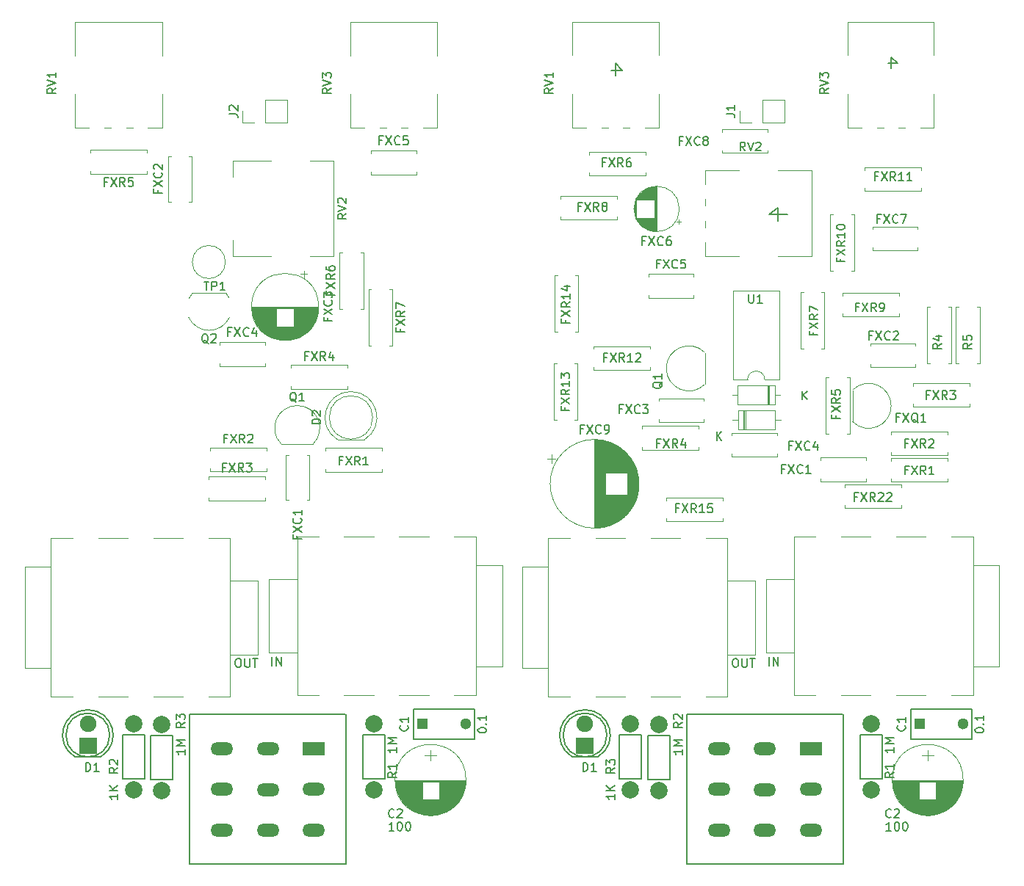
<source format=gbr>
%TF.GenerationSoftware,KiCad,Pcbnew,6.0.0-d3dd2cf0fa~116~ubuntu20.04.1*%
%TF.CreationDate,2022-01-02T14:57:44+00:00*%
%TF.ProjectId,combined,636f6d62-696e-4656-942e-6b696361645f,rev?*%
%TF.SameCoordinates,Original*%
%TF.FileFunction,Legend,Top*%
%TF.FilePolarity,Positive*%
%FSLAX46Y46*%
G04 Gerber Fmt 4.6, Leading zero omitted, Abs format (unit mm)*
G04 Created by KiCad (PCBNEW 6.0.0-d3dd2cf0fa~116~ubuntu20.04.1) date 2022-01-02 14:57:44*
%MOMM*%
%LPD*%
G01*
G04 APERTURE LIST*
%ADD10C,0.150000*%
%ADD11C,0.120000*%
%ADD12R,2.600000X1.500000*%
%ADD13O,2.600000X1.500000*%
%ADD14R,2.000000X1.900000*%
%ADD15C,1.900000*%
%ADD16C,1.998980*%
%ADD17R,1.300000X1.300000*%
%ADD18C,1.300000*%
G04 APERTURE END LIST*
D10*
X129564600Y-71426400D02*
X129564600Y-72925000D01*
X142645600Y-54103600D02*
X142645600Y-55373600D01*
X111632200Y-55627600D02*
X110895600Y-54789400D01*
X130682200Y-72213800D02*
X128548600Y-72213800D01*
X143433000Y-54738600D02*
X142645600Y-54103600D01*
X110895600Y-54789400D02*
X110895600Y-56186400D01*
X142290000Y-54738600D02*
X143433000Y-54738600D01*
X110413000Y-55627600D02*
X111632200Y-55627600D01*
X128548600Y-72213800D02*
X129564600Y-71426400D01*
%TO.C,J3*%
X67308400Y-123420780D02*
X67498876Y-123420780D01*
X67594114Y-123468400D01*
X67689352Y-123563638D01*
X67736971Y-123754114D01*
X67736971Y-124087447D01*
X67689352Y-124277923D01*
X67594114Y-124373161D01*
X67498876Y-124420780D01*
X67308400Y-124420780D01*
X67213161Y-124373161D01*
X67117923Y-124277923D01*
X67070304Y-124087447D01*
X67070304Y-123754114D01*
X67117923Y-123563638D01*
X67213161Y-123468400D01*
X67308400Y-123420780D01*
X68165542Y-123420780D02*
X68165542Y-124230304D01*
X68213161Y-124325542D01*
X68260780Y-124373161D01*
X68356019Y-124420780D01*
X68546495Y-124420780D01*
X68641733Y-124373161D01*
X68689352Y-124325542D01*
X68736971Y-124230304D01*
X68736971Y-123420780D01*
X69070304Y-123420780D02*
X69641733Y-123420780D01*
X69356019Y-124420780D02*
X69356019Y-123420780D01*
%TO.C,J2*%
X66330780Y-60621733D02*
X67045066Y-60621733D01*
X67187923Y-60669352D01*
X67283161Y-60764590D01*
X67330780Y-60907447D01*
X67330780Y-61002685D01*
X66426019Y-60193161D02*
X66378400Y-60145542D01*
X66330780Y-60050304D01*
X66330780Y-59812209D01*
X66378400Y-59716971D01*
X66426019Y-59669352D01*
X66521257Y-59621733D01*
X66616495Y-59621733D01*
X66759352Y-59669352D01*
X67330780Y-60240780D01*
X67330780Y-59621733D01*
%TO.C,C2*%
X85341733Y-141695542D02*
X85294114Y-141743161D01*
X85151257Y-141790780D01*
X85056019Y-141790780D01*
X84913161Y-141743161D01*
X84817923Y-141647923D01*
X84770304Y-141552685D01*
X84722685Y-141362209D01*
X84722685Y-141219352D01*
X84770304Y-141028876D01*
X84817923Y-140933638D01*
X84913161Y-140838400D01*
X85056019Y-140790780D01*
X85151257Y-140790780D01*
X85294114Y-140838400D01*
X85341733Y-140886019D01*
X85722685Y-140886019D02*
X85770304Y-140838400D01*
X85865542Y-140790780D01*
X86103638Y-140790780D01*
X86198876Y-140838400D01*
X86246495Y-140886019D01*
X86294114Y-140981257D01*
X86294114Y-141076495D01*
X86246495Y-141219352D01*
X85675066Y-141790780D01*
X86294114Y-141790780D01*
X85341733Y-143290780D02*
X84770304Y-143290780D01*
X85056019Y-143290780D02*
X85056019Y-142290780D01*
X84960780Y-142433638D01*
X84865542Y-142528876D01*
X84770304Y-142576495D01*
X85960780Y-142290780D02*
X86056019Y-142290780D01*
X86151257Y-142338400D01*
X86198876Y-142386019D01*
X86246495Y-142481257D01*
X86294114Y-142671733D01*
X86294114Y-142909828D01*
X86246495Y-143100304D01*
X86198876Y-143195542D01*
X86151257Y-143243161D01*
X86056019Y-143290780D01*
X85960780Y-143290780D01*
X85865542Y-143243161D01*
X85817923Y-143195542D01*
X85770304Y-143100304D01*
X85722685Y-142909828D01*
X85722685Y-142671733D01*
X85770304Y-142481257D01*
X85817923Y-142386019D01*
X85865542Y-142338400D01*
X85960780Y-142290780D01*
X86913161Y-142290780D02*
X87008400Y-142290780D01*
X87103638Y-142338400D01*
X87151257Y-142386019D01*
X87198876Y-142481257D01*
X87246495Y-142671733D01*
X87246495Y-142909828D01*
X87198876Y-143100304D01*
X87151257Y-143195542D01*
X87103638Y-143243161D01*
X87008400Y-143290780D01*
X86913161Y-143290780D01*
X86817923Y-143243161D01*
X86770304Y-143195542D01*
X86722685Y-143100304D01*
X86675066Y-142909828D01*
X86675066Y-142671733D01*
X86722685Y-142481257D01*
X86770304Y-142386019D01*
X86817923Y-142338400D01*
X86913161Y-142290780D01*
%TO.C,D1*%
X49820304Y-136440780D02*
X49820304Y-135440780D01*
X50058400Y-135440780D01*
X50201257Y-135488400D01*
X50296495Y-135583638D01*
X50344114Y-135678876D01*
X50391733Y-135869352D01*
X50391733Y-136012209D01*
X50344114Y-136202685D01*
X50296495Y-136297923D01*
X50201257Y-136393161D01*
X50058400Y-136440780D01*
X49820304Y-136440780D01*
X51344114Y-136440780D02*
X50772685Y-136440780D01*
X51058400Y-136440780D02*
X51058400Y-135440780D01*
X50963161Y-135583638D01*
X50867923Y-135678876D01*
X50772685Y-135726495D01*
%TO.C,R1*%
X85634180Y-136575266D02*
X85157990Y-136908600D01*
X85634180Y-137146695D02*
X84634180Y-137146695D01*
X84634180Y-136765742D01*
X84681800Y-136670504D01*
X84729419Y-136622885D01*
X84824657Y-136575266D01*
X84967514Y-136575266D01*
X85062752Y-136622885D01*
X85110371Y-136670504D01*
X85157990Y-136765742D01*
X85157990Y-137146695D01*
X85634180Y-135622885D02*
X85634180Y-136194314D01*
X85634180Y-135908600D02*
X84634180Y-135908600D01*
X84777038Y-136003838D01*
X84872276Y-136099076D01*
X84919895Y-136194314D01*
X85634180Y-133694314D02*
X85634180Y-134265742D01*
X85634180Y-133980028D02*
X84634180Y-133980028D01*
X84777038Y-134075266D01*
X84872276Y-134170504D01*
X84919895Y-134265742D01*
X85634180Y-133265742D02*
X84634180Y-133265742D01*
X85348466Y-132932409D01*
X84634180Y-132599076D01*
X85634180Y-132599076D01*
%TO.C,R3*%
X61260780Y-130795066D02*
X60784590Y-131128400D01*
X61260780Y-131366495D02*
X60260780Y-131366495D01*
X60260780Y-130985542D01*
X60308400Y-130890304D01*
X60356019Y-130842685D01*
X60451257Y-130795066D01*
X60594114Y-130795066D01*
X60689352Y-130842685D01*
X60736971Y-130890304D01*
X60784590Y-130985542D01*
X60784590Y-131366495D01*
X60260780Y-130461733D02*
X60260780Y-129842685D01*
X60641733Y-130176019D01*
X60641733Y-130033161D01*
X60689352Y-129937923D01*
X60736971Y-129890304D01*
X60832209Y-129842685D01*
X61070304Y-129842685D01*
X61165542Y-129890304D01*
X61213161Y-129937923D01*
X61260780Y-130033161D01*
X61260780Y-130318876D01*
X61213161Y-130414114D01*
X61165542Y-130461733D01*
X61260780Y-133914114D02*
X61260780Y-134485542D01*
X61260780Y-134199828D02*
X60260780Y-134199828D01*
X60403638Y-134295066D01*
X60498876Y-134390304D01*
X60546495Y-134485542D01*
X61260780Y-133485542D02*
X60260780Y-133485542D01*
X60975066Y-133152209D01*
X60260780Y-132818876D01*
X61260780Y-132818876D01*
%TO.C,R2*%
X53510780Y-136025066D02*
X53034590Y-136358400D01*
X53510780Y-136596495D02*
X52510780Y-136596495D01*
X52510780Y-136215542D01*
X52558400Y-136120304D01*
X52606019Y-136072685D01*
X52701257Y-136025066D01*
X52844114Y-136025066D01*
X52939352Y-136072685D01*
X52986971Y-136120304D01*
X53034590Y-136215542D01*
X53034590Y-136596495D01*
X52606019Y-135644114D02*
X52558400Y-135596495D01*
X52510780Y-135501257D01*
X52510780Y-135263161D01*
X52558400Y-135167923D01*
X52606019Y-135120304D01*
X52701257Y-135072685D01*
X52796495Y-135072685D01*
X52939352Y-135120304D01*
X53510780Y-135691733D01*
X53510780Y-135072685D01*
X53510780Y-139072685D02*
X53510780Y-139644114D01*
X53510780Y-139358400D02*
X52510780Y-139358400D01*
X52653638Y-139453638D01*
X52748876Y-139548876D01*
X52796495Y-139644114D01*
X53510780Y-138644114D02*
X52510780Y-138644114D01*
X53510780Y-138072685D02*
X52939352Y-138501257D01*
X52510780Y-138072685D02*
X53082209Y-138644114D01*
%TO.C,C1*%
X86915542Y-131155066D02*
X86963161Y-131202685D01*
X87010780Y-131345542D01*
X87010780Y-131440780D01*
X86963161Y-131583638D01*
X86867923Y-131678876D01*
X86772685Y-131726495D01*
X86582209Y-131774114D01*
X86439352Y-131774114D01*
X86248876Y-131726495D01*
X86153638Y-131678876D01*
X86058400Y-131583638D01*
X86010780Y-131440780D01*
X86010780Y-131345542D01*
X86058400Y-131202685D01*
X86106019Y-131155066D01*
X87010780Y-130202685D02*
X87010780Y-130774114D01*
X87010780Y-130488400D02*
X86010780Y-130488400D01*
X86153638Y-130583638D01*
X86248876Y-130678876D01*
X86296495Y-130774114D01*
X95010780Y-131750304D02*
X95010780Y-131655066D01*
X95058400Y-131559828D01*
X95106019Y-131512209D01*
X95201257Y-131464590D01*
X95391733Y-131416971D01*
X95629828Y-131416971D01*
X95820304Y-131464590D01*
X95915542Y-131512209D01*
X95963161Y-131559828D01*
X96010780Y-131655066D01*
X96010780Y-131750304D01*
X95963161Y-131845542D01*
X95915542Y-131893161D01*
X95820304Y-131940780D01*
X95629828Y-131988400D01*
X95391733Y-131988400D01*
X95201257Y-131940780D01*
X95106019Y-131893161D01*
X95058400Y-131845542D01*
X95010780Y-131750304D01*
X95915542Y-130988400D02*
X95963161Y-130940780D01*
X96010780Y-130988400D01*
X95963161Y-131036019D01*
X95915542Y-130988400D01*
X96010780Y-130988400D01*
X96010780Y-129988400D02*
X96010780Y-130559828D01*
X96010780Y-130274114D02*
X95010780Y-130274114D01*
X95153638Y-130369352D01*
X95248876Y-130464590D01*
X95296495Y-130559828D01*
%TO.C,J1*%
X71284590Y-124250780D02*
X71284590Y-123250780D01*
X71760780Y-124250780D02*
X71760780Y-123250780D01*
X72332209Y-124250780D01*
X72332209Y-123250780D01*
%TO.C,FXC4*%
X66558476Y-85745971D02*
X66225142Y-85745971D01*
X66225142Y-86269780D02*
X66225142Y-85269780D01*
X66701333Y-85269780D01*
X66987047Y-85269780D02*
X67653714Y-86269780D01*
X67653714Y-85269780D02*
X66987047Y-86269780D01*
X68606095Y-86174542D02*
X68558476Y-86222161D01*
X68415619Y-86269780D01*
X68320380Y-86269780D01*
X68177523Y-86222161D01*
X68082285Y-86126923D01*
X68034666Y-86031685D01*
X67987047Y-85841209D01*
X67987047Y-85698352D01*
X68034666Y-85507876D01*
X68082285Y-85412638D01*
X68177523Y-85317400D01*
X68320380Y-85269780D01*
X68415619Y-85269780D01*
X68558476Y-85317400D01*
X68606095Y-85365019D01*
X69463238Y-85603114D02*
X69463238Y-86269780D01*
X69225142Y-85222161D02*
X68987047Y-85936447D01*
X69606095Y-85936447D01*
%TO.C,FXC1*%
X74171971Y-109301123D02*
X74171971Y-109634457D01*
X74695780Y-109634457D02*
X73695780Y-109634457D01*
X73695780Y-109158266D01*
X73695780Y-108872552D02*
X74695780Y-108205885D01*
X73695780Y-108205885D02*
X74695780Y-108872552D01*
X74600542Y-107253504D02*
X74648161Y-107301123D01*
X74695780Y-107443980D01*
X74695780Y-107539219D01*
X74648161Y-107682076D01*
X74552923Y-107777314D01*
X74457685Y-107824933D01*
X74267209Y-107872552D01*
X74124352Y-107872552D01*
X73933876Y-107824933D01*
X73838638Y-107777314D01*
X73743400Y-107682076D01*
X73695780Y-107539219D01*
X73695780Y-107443980D01*
X73743400Y-107301123D01*
X73791019Y-107253504D01*
X74695780Y-106301123D02*
X74695780Y-106872552D01*
X74695780Y-106586838D02*
X73695780Y-106586838D01*
X73838638Y-106682076D01*
X73933876Y-106777314D01*
X73981495Y-106872552D01*
%TO.C,FXR2*%
X66075876Y-98042571D02*
X65742542Y-98042571D01*
X65742542Y-98566380D02*
X65742542Y-97566380D01*
X66218733Y-97566380D01*
X66504447Y-97566380D02*
X67171114Y-98566380D01*
X67171114Y-97566380D02*
X66504447Y-98566380D01*
X68123495Y-98566380D02*
X67790161Y-98090190D01*
X67552066Y-98566380D02*
X67552066Y-97566380D01*
X67933019Y-97566380D01*
X68028257Y-97614000D01*
X68075876Y-97661619D01*
X68123495Y-97756857D01*
X68123495Y-97899714D01*
X68075876Y-97994952D01*
X68028257Y-98042571D01*
X67933019Y-98090190D01*
X67552066Y-98090190D01*
X68504447Y-97661619D02*
X68552066Y-97614000D01*
X68647304Y-97566380D01*
X68885400Y-97566380D01*
X68980638Y-97614000D01*
X69028257Y-97661619D01*
X69075876Y-97756857D01*
X69075876Y-97852095D01*
X69028257Y-97994952D01*
X68456828Y-98566380D01*
X69075876Y-98566380D01*
%TO.C,RV2*%
X79854580Y-72123238D02*
X79378390Y-72456571D01*
X79854580Y-72694666D02*
X78854580Y-72694666D01*
X78854580Y-72313714D01*
X78902200Y-72218476D01*
X78949819Y-72170857D01*
X79045057Y-72123238D01*
X79187914Y-72123238D01*
X79283152Y-72170857D01*
X79330771Y-72218476D01*
X79378390Y-72313714D01*
X79378390Y-72694666D01*
X78854580Y-71837523D02*
X79854580Y-71504190D01*
X78854580Y-71170857D01*
X78949819Y-70885142D02*
X78902200Y-70837523D01*
X78854580Y-70742285D01*
X78854580Y-70504190D01*
X78902200Y-70408952D01*
X78949819Y-70361333D01*
X79045057Y-70313714D01*
X79140295Y-70313714D01*
X79283152Y-70361333D01*
X79854580Y-70932761D01*
X79854580Y-70313714D01*
%TO.C,TP1*%
X63445295Y-79952580D02*
X64016723Y-79952580D01*
X63731009Y-80952580D02*
X63731009Y-79952580D01*
X64350057Y-80952580D02*
X64350057Y-79952580D01*
X64731009Y-79952580D01*
X64826247Y-80000200D01*
X64873866Y-80047819D01*
X64921485Y-80143057D01*
X64921485Y-80285914D01*
X64873866Y-80381152D01*
X64826247Y-80428771D01*
X64731009Y-80476390D01*
X64350057Y-80476390D01*
X65873866Y-80952580D02*
X65302438Y-80952580D01*
X65588152Y-80952580D02*
X65588152Y-79952580D01*
X65492914Y-80095438D01*
X65397676Y-80190676D01*
X65302438Y-80238295D01*
%TO.C,FXC2*%
X58108371Y-69419323D02*
X58108371Y-69752657D01*
X58632180Y-69752657D02*
X57632180Y-69752657D01*
X57632180Y-69276466D01*
X57632180Y-68990752D02*
X58632180Y-68324085D01*
X57632180Y-68324085D02*
X58632180Y-68990752D01*
X58536942Y-67371704D02*
X58584561Y-67419323D01*
X58632180Y-67562180D01*
X58632180Y-67657419D01*
X58584561Y-67800276D01*
X58489323Y-67895514D01*
X58394085Y-67943133D01*
X58203609Y-67990752D01*
X58060752Y-67990752D01*
X57870276Y-67943133D01*
X57775038Y-67895514D01*
X57679800Y-67800276D01*
X57632180Y-67657419D01*
X57632180Y-67562180D01*
X57679800Y-67419323D01*
X57727419Y-67371704D01*
X57727419Y-66990752D02*
X57679800Y-66943133D01*
X57632180Y-66847895D01*
X57632180Y-66609800D01*
X57679800Y-66514561D01*
X57727419Y-66466942D01*
X57822657Y-66419323D01*
X57917895Y-66419323D01*
X58060752Y-66466942D01*
X58632180Y-67038371D01*
X58632180Y-66419323D01*
%TO.C,FXC3*%
X77724171Y-84178329D02*
X77724171Y-84511663D01*
X78247980Y-84511663D02*
X77247980Y-84511663D01*
X77247980Y-84035472D01*
X77247980Y-83749758D02*
X78247980Y-83083091D01*
X77247980Y-83083091D02*
X78247980Y-83749758D01*
X78152742Y-82130710D02*
X78200361Y-82178329D01*
X78247980Y-82321186D01*
X78247980Y-82416425D01*
X78200361Y-82559282D01*
X78105123Y-82654520D01*
X78009885Y-82702139D01*
X77819409Y-82749758D01*
X77676552Y-82749758D01*
X77486076Y-82702139D01*
X77390838Y-82654520D01*
X77295600Y-82559282D01*
X77247980Y-82416425D01*
X77247980Y-82321186D01*
X77295600Y-82178329D01*
X77343219Y-82130710D01*
X77247980Y-81797377D02*
X77247980Y-81178329D01*
X77628933Y-81511663D01*
X77628933Y-81368806D01*
X77676552Y-81273567D01*
X77724171Y-81225948D01*
X77819409Y-81178329D01*
X78057504Y-81178329D01*
X78152742Y-81225948D01*
X78200361Y-81273567D01*
X78247980Y-81368806D01*
X78247980Y-81654520D01*
X78200361Y-81749758D01*
X78152742Y-81797377D01*
%TO.C,D2*%
X76882580Y-96370695D02*
X75882580Y-96370695D01*
X75882580Y-96132600D01*
X75930200Y-95989742D01*
X76025438Y-95894504D01*
X76120676Y-95846885D01*
X76311152Y-95799266D01*
X76454009Y-95799266D01*
X76644485Y-95846885D01*
X76739723Y-95894504D01*
X76834961Y-95989742D01*
X76882580Y-96132600D01*
X76882580Y-96370695D01*
X75977819Y-95418314D02*
X75930200Y-95370695D01*
X75882580Y-95275457D01*
X75882580Y-95037361D01*
X75930200Y-94942123D01*
X75977819Y-94894504D01*
X76073057Y-94846885D01*
X76168295Y-94846885D01*
X76311152Y-94894504D01*
X76882580Y-95465933D01*
X76882580Y-94846885D01*
%TO.C,FXR7*%
X86066971Y-85410523D02*
X86066971Y-85743857D01*
X86590780Y-85743857D02*
X85590780Y-85743857D01*
X85590780Y-85267666D01*
X85590780Y-84981952D02*
X86590780Y-84315285D01*
X85590780Y-84315285D02*
X86590780Y-84981952D01*
X86590780Y-83362904D02*
X86114590Y-83696238D01*
X86590780Y-83934333D02*
X85590780Y-83934333D01*
X85590780Y-83553380D01*
X85638400Y-83458142D01*
X85686019Y-83410523D01*
X85781257Y-83362904D01*
X85924114Y-83362904D01*
X86019352Y-83410523D01*
X86066971Y-83458142D01*
X86114590Y-83553380D01*
X86114590Y-83934333D01*
X85590780Y-83029571D02*
X85590780Y-82362904D01*
X86590780Y-82791476D01*
%TO.C,Q2*%
X63941761Y-87091019D02*
X63846523Y-87043400D01*
X63751285Y-86948161D01*
X63608428Y-86805304D01*
X63513190Y-86757685D01*
X63417952Y-86757685D01*
X63465571Y-86995780D02*
X63370333Y-86948161D01*
X63275095Y-86852923D01*
X63227476Y-86662447D01*
X63227476Y-86329114D01*
X63275095Y-86138638D01*
X63370333Y-86043400D01*
X63465571Y-85995780D01*
X63656047Y-85995780D01*
X63751285Y-86043400D01*
X63846523Y-86138638D01*
X63894142Y-86329114D01*
X63894142Y-86662447D01*
X63846523Y-86852923D01*
X63751285Y-86948161D01*
X63656047Y-86995780D01*
X63465571Y-86995780D01*
X64275095Y-86091019D02*
X64322714Y-86043400D01*
X64417952Y-85995780D01*
X64656047Y-85995780D01*
X64751285Y-86043400D01*
X64798904Y-86091019D01*
X64846523Y-86186257D01*
X64846523Y-86281495D01*
X64798904Y-86424352D01*
X64227476Y-86995780D01*
X64846523Y-86995780D01*
%TO.C,FXC5*%
X83982876Y-63647971D02*
X83649542Y-63647971D01*
X83649542Y-64171780D02*
X83649542Y-63171780D01*
X84125733Y-63171780D01*
X84411447Y-63171780D02*
X85078114Y-64171780D01*
X85078114Y-63171780D02*
X84411447Y-64171780D01*
X86030495Y-64076542D02*
X85982876Y-64124161D01*
X85840019Y-64171780D01*
X85744780Y-64171780D01*
X85601923Y-64124161D01*
X85506685Y-64028923D01*
X85459066Y-63933685D01*
X85411447Y-63743209D01*
X85411447Y-63600352D01*
X85459066Y-63409876D01*
X85506685Y-63314638D01*
X85601923Y-63219400D01*
X85744780Y-63171780D01*
X85840019Y-63171780D01*
X85982876Y-63219400D01*
X86030495Y-63267019D01*
X86935257Y-63171780D02*
X86459066Y-63171780D01*
X86411447Y-63647971D01*
X86459066Y-63600352D01*
X86554304Y-63552733D01*
X86792400Y-63552733D01*
X86887638Y-63600352D01*
X86935257Y-63647971D01*
X86982876Y-63743209D01*
X86982876Y-63981304D01*
X86935257Y-64076542D01*
X86887638Y-64124161D01*
X86792400Y-64171780D01*
X86554304Y-64171780D01*
X86459066Y-64124161D01*
X86411447Y-64076542D01*
%TO.C,FXR4*%
X75397676Y-88517571D02*
X75064342Y-88517571D01*
X75064342Y-89041380D02*
X75064342Y-88041380D01*
X75540533Y-88041380D01*
X75826247Y-88041380D02*
X76492914Y-89041380D01*
X76492914Y-88041380D02*
X75826247Y-89041380D01*
X77445295Y-89041380D02*
X77111961Y-88565190D01*
X76873866Y-89041380D02*
X76873866Y-88041380D01*
X77254819Y-88041380D01*
X77350057Y-88089000D01*
X77397676Y-88136619D01*
X77445295Y-88231857D01*
X77445295Y-88374714D01*
X77397676Y-88469952D01*
X77350057Y-88517571D01*
X77254819Y-88565190D01*
X76873866Y-88565190D01*
X78302438Y-88374714D02*
X78302438Y-89041380D01*
X78064342Y-87993761D02*
X77826247Y-88708047D01*
X78445295Y-88708047D01*
%TO.C,FXR1*%
X79360076Y-100590371D02*
X79026742Y-100590371D01*
X79026742Y-101114180D02*
X79026742Y-100114180D01*
X79502933Y-100114180D01*
X79788647Y-100114180D02*
X80455314Y-101114180D01*
X80455314Y-100114180D02*
X79788647Y-101114180D01*
X81407695Y-101114180D02*
X81074361Y-100637990D01*
X80836266Y-101114180D02*
X80836266Y-100114180D01*
X81217219Y-100114180D01*
X81312457Y-100161800D01*
X81360076Y-100209419D01*
X81407695Y-100304657D01*
X81407695Y-100447514D01*
X81360076Y-100542752D01*
X81312457Y-100590371D01*
X81217219Y-100637990D01*
X80836266Y-100637990D01*
X82360076Y-101114180D02*
X81788647Y-101114180D01*
X82074361Y-101114180D02*
X82074361Y-100114180D01*
X81979123Y-100257038D01*
X81883885Y-100352276D01*
X81788647Y-100399895D01*
%TO.C,FXR3*%
X65948876Y-101369971D02*
X65615542Y-101369971D01*
X65615542Y-101893780D02*
X65615542Y-100893780D01*
X66091733Y-100893780D01*
X66377447Y-100893780D02*
X67044114Y-101893780D01*
X67044114Y-100893780D02*
X66377447Y-101893780D01*
X67996495Y-101893780D02*
X67663161Y-101417590D01*
X67425066Y-101893780D02*
X67425066Y-100893780D01*
X67806019Y-100893780D01*
X67901257Y-100941400D01*
X67948876Y-100989019D01*
X67996495Y-101084257D01*
X67996495Y-101227114D01*
X67948876Y-101322352D01*
X67901257Y-101369971D01*
X67806019Y-101417590D01*
X67425066Y-101417590D01*
X68329828Y-100893780D02*
X68948876Y-100893780D01*
X68615542Y-101274733D01*
X68758400Y-101274733D01*
X68853638Y-101322352D01*
X68901257Y-101369971D01*
X68948876Y-101465209D01*
X68948876Y-101703304D01*
X68901257Y-101798542D01*
X68853638Y-101846161D01*
X68758400Y-101893780D01*
X68472685Y-101893780D01*
X68377447Y-101846161D01*
X68329828Y-101798542D01*
%TO.C,RV3*%
X78120180Y-57645238D02*
X77643990Y-57978571D01*
X78120180Y-58216666D02*
X77120180Y-58216666D01*
X77120180Y-57835714D01*
X77167800Y-57740476D01*
X77215419Y-57692857D01*
X77310657Y-57645238D01*
X77453514Y-57645238D01*
X77548752Y-57692857D01*
X77596371Y-57740476D01*
X77643990Y-57835714D01*
X77643990Y-58216666D01*
X77120180Y-57359523D02*
X78120180Y-57026190D01*
X77120180Y-56692857D01*
X77120180Y-56454761D02*
X77120180Y-55835714D01*
X77501133Y-56169047D01*
X77501133Y-56026190D01*
X77548752Y-55930952D01*
X77596371Y-55883333D01*
X77691609Y-55835714D01*
X77929704Y-55835714D01*
X78024942Y-55883333D01*
X78072561Y-55930952D01*
X78120180Y-56026190D01*
X78120180Y-56311904D01*
X78072561Y-56407142D01*
X78024942Y-56454761D01*
%TO.C,RV1*%
X46395580Y-57645238D02*
X45919390Y-57978571D01*
X46395580Y-58216666D02*
X45395580Y-58216666D01*
X45395580Y-57835714D01*
X45443200Y-57740476D01*
X45490819Y-57692857D01*
X45586057Y-57645238D01*
X45728914Y-57645238D01*
X45824152Y-57692857D01*
X45871771Y-57740476D01*
X45919390Y-57835714D01*
X45919390Y-58216666D01*
X45395580Y-57359523D02*
X46395580Y-57026190D01*
X45395580Y-56692857D01*
X46395580Y-55835714D02*
X46395580Y-56407142D01*
X46395580Y-56121428D02*
X45395580Y-56121428D01*
X45538438Y-56216666D01*
X45633676Y-56311904D01*
X45681295Y-56407142D01*
%TO.C,FXR6*%
X77999571Y-81143323D02*
X77999571Y-81476657D01*
X78523380Y-81476657D02*
X77523380Y-81476657D01*
X77523380Y-81000466D01*
X77523380Y-80714752D02*
X78523380Y-80048085D01*
X77523380Y-80048085D02*
X78523380Y-80714752D01*
X78523380Y-79095704D02*
X78047190Y-79429038D01*
X78523380Y-79667133D02*
X77523380Y-79667133D01*
X77523380Y-79286180D01*
X77571000Y-79190942D01*
X77618619Y-79143323D01*
X77713857Y-79095704D01*
X77856714Y-79095704D01*
X77951952Y-79143323D01*
X77999571Y-79190942D01*
X78047190Y-79286180D01*
X78047190Y-79667133D01*
X77523380Y-78238561D02*
X77523380Y-78429038D01*
X77571000Y-78524276D01*
X77618619Y-78571895D01*
X77761476Y-78667133D01*
X77951952Y-78714752D01*
X78332904Y-78714752D01*
X78428142Y-78667133D01*
X78475761Y-78619514D01*
X78523380Y-78524276D01*
X78523380Y-78333800D01*
X78475761Y-78238561D01*
X78428142Y-78190942D01*
X78332904Y-78143323D01*
X78094809Y-78143323D01*
X77999571Y-78190942D01*
X77951952Y-78238561D01*
X77904333Y-78333800D01*
X77904333Y-78524276D01*
X77951952Y-78619514D01*
X77999571Y-78667133D01*
X78094809Y-78714752D01*
%TO.C,FXR5*%
X52283676Y-68441771D02*
X51950342Y-68441771D01*
X51950342Y-68965580D02*
X51950342Y-67965580D01*
X52426533Y-67965580D01*
X52712247Y-67965580D02*
X53378914Y-68965580D01*
X53378914Y-67965580D02*
X52712247Y-68965580D01*
X54331295Y-68965580D02*
X53997961Y-68489390D01*
X53759866Y-68965580D02*
X53759866Y-67965580D01*
X54140819Y-67965580D01*
X54236057Y-68013200D01*
X54283676Y-68060819D01*
X54331295Y-68156057D01*
X54331295Y-68298914D01*
X54283676Y-68394152D01*
X54236057Y-68441771D01*
X54140819Y-68489390D01*
X53759866Y-68489390D01*
X55236057Y-67965580D02*
X54759866Y-67965580D01*
X54712247Y-68441771D01*
X54759866Y-68394152D01*
X54855104Y-68346533D01*
X55093200Y-68346533D01*
X55188438Y-68394152D01*
X55236057Y-68441771D01*
X55283676Y-68537009D01*
X55283676Y-68775104D01*
X55236057Y-68870342D01*
X55188438Y-68917961D01*
X55093200Y-68965580D01*
X54855104Y-68965580D01*
X54759866Y-68917961D01*
X54712247Y-68870342D01*
%TO.C,Q1*%
X74097361Y-93839419D02*
X74002123Y-93791800D01*
X73906885Y-93696561D01*
X73764028Y-93553704D01*
X73668790Y-93506085D01*
X73573552Y-93506085D01*
X73621171Y-93744180D02*
X73525933Y-93696561D01*
X73430695Y-93601323D01*
X73383076Y-93410847D01*
X73383076Y-93077514D01*
X73430695Y-92887038D01*
X73525933Y-92791800D01*
X73621171Y-92744180D01*
X73811647Y-92744180D01*
X73906885Y-92791800D01*
X74002123Y-92887038D01*
X74049742Y-93077514D01*
X74049742Y-93410847D01*
X74002123Y-93601323D01*
X73906885Y-93696561D01*
X73811647Y-93744180D01*
X73621171Y-93744180D01*
X75002123Y-93744180D02*
X74430695Y-93744180D01*
X74716409Y-93744180D02*
X74716409Y-92744180D01*
X74621171Y-92887038D01*
X74525933Y-92982276D01*
X74430695Y-93029895D01*
%TO.C,J3*%
X124610800Y-123420780D02*
X124801276Y-123420780D01*
X124896514Y-123468400D01*
X124991752Y-123563638D01*
X125039371Y-123754114D01*
X125039371Y-124087447D01*
X124991752Y-124277923D01*
X124896514Y-124373161D01*
X124801276Y-124420780D01*
X124610800Y-124420780D01*
X124515561Y-124373161D01*
X124420323Y-124277923D01*
X124372704Y-124087447D01*
X124372704Y-123754114D01*
X124420323Y-123563638D01*
X124515561Y-123468400D01*
X124610800Y-123420780D01*
X125467942Y-123420780D02*
X125467942Y-124230304D01*
X125515561Y-124325542D01*
X125563180Y-124373161D01*
X125658419Y-124420780D01*
X125848895Y-124420780D01*
X125944133Y-124373161D01*
X125991752Y-124325542D01*
X126039371Y-124230304D01*
X126039371Y-123420780D01*
X126372704Y-123420780D02*
X126944133Y-123420780D01*
X126658419Y-124420780D02*
X126658419Y-123420780D01*
%TO.C,J1*%
X123633180Y-60621733D02*
X124347466Y-60621733D01*
X124490323Y-60669352D01*
X124585561Y-60764590D01*
X124633180Y-60907447D01*
X124633180Y-61002685D01*
X124633180Y-59621733D02*
X124633180Y-60193161D01*
X124633180Y-59907447D02*
X123633180Y-59907447D01*
X123776038Y-60002685D01*
X123871276Y-60097923D01*
X123918895Y-60193161D01*
%TO.C,C2*%
X142644133Y-141695542D02*
X142596514Y-141743161D01*
X142453657Y-141790780D01*
X142358419Y-141790780D01*
X142215561Y-141743161D01*
X142120323Y-141647923D01*
X142072704Y-141552685D01*
X142025085Y-141362209D01*
X142025085Y-141219352D01*
X142072704Y-141028876D01*
X142120323Y-140933638D01*
X142215561Y-140838400D01*
X142358419Y-140790780D01*
X142453657Y-140790780D01*
X142596514Y-140838400D01*
X142644133Y-140886019D01*
X143025085Y-140886019D02*
X143072704Y-140838400D01*
X143167942Y-140790780D01*
X143406038Y-140790780D01*
X143501276Y-140838400D01*
X143548895Y-140886019D01*
X143596514Y-140981257D01*
X143596514Y-141076495D01*
X143548895Y-141219352D01*
X142977466Y-141790780D01*
X143596514Y-141790780D01*
X142644133Y-143290780D02*
X142072704Y-143290780D01*
X142358419Y-143290780D02*
X142358419Y-142290780D01*
X142263180Y-142433638D01*
X142167942Y-142528876D01*
X142072704Y-142576495D01*
X143263180Y-142290780D02*
X143358419Y-142290780D01*
X143453657Y-142338400D01*
X143501276Y-142386019D01*
X143548895Y-142481257D01*
X143596514Y-142671733D01*
X143596514Y-142909828D01*
X143548895Y-143100304D01*
X143501276Y-143195542D01*
X143453657Y-143243161D01*
X143358419Y-143290780D01*
X143263180Y-143290780D01*
X143167942Y-143243161D01*
X143120323Y-143195542D01*
X143072704Y-143100304D01*
X143025085Y-142909828D01*
X143025085Y-142671733D01*
X143072704Y-142481257D01*
X143120323Y-142386019D01*
X143167942Y-142338400D01*
X143263180Y-142290780D01*
X144215561Y-142290780D02*
X144310800Y-142290780D01*
X144406038Y-142338400D01*
X144453657Y-142386019D01*
X144501276Y-142481257D01*
X144548895Y-142671733D01*
X144548895Y-142909828D01*
X144501276Y-143100304D01*
X144453657Y-143195542D01*
X144406038Y-143243161D01*
X144310800Y-143290780D01*
X144215561Y-143290780D01*
X144120323Y-143243161D01*
X144072704Y-143195542D01*
X144025085Y-143100304D01*
X143977466Y-142909828D01*
X143977466Y-142671733D01*
X144025085Y-142481257D01*
X144072704Y-142386019D01*
X144120323Y-142338400D01*
X144215561Y-142290780D01*
%TO.C,D1*%
X107122704Y-136440780D02*
X107122704Y-135440780D01*
X107360800Y-135440780D01*
X107503657Y-135488400D01*
X107598895Y-135583638D01*
X107646514Y-135678876D01*
X107694133Y-135869352D01*
X107694133Y-136012209D01*
X107646514Y-136202685D01*
X107598895Y-136297923D01*
X107503657Y-136393161D01*
X107360800Y-136440780D01*
X107122704Y-136440780D01*
X108646514Y-136440780D02*
X108075085Y-136440780D01*
X108360800Y-136440780D02*
X108360800Y-135440780D01*
X108265561Y-135583638D01*
X108170323Y-135678876D01*
X108075085Y-135726495D01*
%TO.C,R1*%
X142936580Y-136575266D02*
X142460390Y-136908600D01*
X142936580Y-137146695D02*
X141936580Y-137146695D01*
X141936580Y-136765742D01*
X141984200Y-136670504D01*
X142031819Y-136622885D01*
X142127057Y-136575266D01*
X142269914Y-136575266D01*
X142365152Y-136622885D01*
X142412771Y-136670504D01*
X142460390Y-136765742D01*
X142460390Y-137146695D01*
X142936580Y-135622885D02*
X142936580Y-136194314D01*
X142936580Y-135908600D02*
X141936580Y-135908600D01*
X142079438Y-136003838D01*
X142174676Y-136099076D01*
X142222295Y-136194314D01*
X142936580Y-133694314D02*
X142936580Y-134265742D01*
X142936580Y-133980028D02*
X141936580Y-133980028D01*
X142079438Y-134075266D01*
X142174676Y-134170504D01*
X142222295Y-134265742D01*
X142936580Y-133265742D02*
X141936580Y-133265742D01*
X142650866Y-132932409D01*
X141936580Y-132599076D01*
X142936580Y-132599076D01*
%TO.C,R2*%
X118563180Y-130795066D02*
X118086990Y-131128400D01*
X118563180Y-131366495D02*
X117563180Y-131366495D01*
X117563180Y-130985542D01*
X117610800Y-130890304D01*
X117658419Y-130842685D01*
X117753657Y-130795066D01*
X117896514Y-130795066D01*
X117991752Y-130842685D01*
X118039371Y-130890304D01*
X118086990Y-130985542D01*
X118086990Y-131366495D01*
X117658419Y-130414114D02*
X117610800Y-130366495D01*
X117563180Y-130271257D01*
X117563180Y-130033161D01*
X117610800Y-129937923D01*
X117658419Y-129890304D01*
X117753657Y-129842685D01*
X117848895Y-129842685D01*
X117991752Y-129890304D01*
X118563180Y-130461733D01*
X118563180Y-129842685D01*
X118563180Y-133914114D02*
X118563180Y-134485542D01*
X118563180Y-134199828D02*
X117563180Y-134199828D01*
X117706038Y-134295066D01*
X117801276Y-134390304D01*
X117848895Y-134485542D01*
X118563180Y-133485542D02*
X117563180Y-133485542D01*
X118277466Y-133152209D01*
X117563180Y-132818876D01*
X118563180Y-132818876D01*
%TO.C,R3*%
X110813180Y-136025066D02*
X110336990Y-136358400D01*
X110813180Y-136596495D02*
X109813180Y-136596495D01*
X109813180Y-136215542D01*
X109860800Y-136120304D01*
X109908419Y-136072685D01*
X110003657Y-136025066D01*
X110146514Y-136025066D01*
X110241752Y-136072685D01*
X110289371Y-136120304D01*
X110336990Y-136215542D01*
X110336990Y-136596495D01*
X109813180Y-135691733D02*
X109813180Y-135072685D01*
X110194133Y-135406019D01*
X110194133Y-135263161D01*
X110241752Y-135167923D01*
X110289371Y-135120304D01*
X110384609Y-135072685D01*
X110622704Y-135072685D01*
X110717942Y-135120304D01*
X110765561Y-135167923D01*
X110813180Y-135263161D01*
X110813180Y-135548876D01*
X110765561Y-135644114D01*
X110717942Y-135691733D01*
X110813180Y-139072685D02*
X110813180Y-139644114D01*
X110813180Y-139358400D02*
X109813180Y-139358400D01*
X109956038Y-139453638D01*
X110051276Y-139548876D01*
X110098895Y-139644114D01*
X110813180Y-138644114D02*
X109813180Y-138644114D01*
X110813180Y-138072685D02*
X110241752Y-138501257D01*
X109813180Y-138072685D02*
X110384609Y-138644114D01*
%TO.C,C1*%
X144217942Y-131155066D02*
X144265561Y-131202685D01*
X144313180Y-131345542D01*
X144313180Y-131440780D01*
X144265561Y-131583638D01*
X144170323Y-131678876D01*
X144075085Y-131726495D01*
X143884609Y-131774114D01*
X143741752Y-131774114D01*
X143551276Y-131726495D01*
X143456038Y-131678876D01*
X143360800Y-131583638D01*
X143313180Y-131440780D01*
X143313180Y-131345542D01*
X143360800Y-131202685D01*
X143408419Y-131155066D01*
X144313180Y-130202685D02*
X144313180Y-130774114D01*
X144313180Y-130488400D02*
X143313180Y-130488400D01*
X143456038Y-130583638D01*
X143551276Y-130678876D01*
X143598895Y-130774114D01*
X152313180Y-131750304D02*
X152313180Y-131655066D01*
X152360800Y-131559828D01*
X152408419Y-131512209D01*
X152503657Y-131464590D01*
X152694133Y-131416971D01*
X152932228Y-131416971D01*
X153122704Y-131464590D01*
X153217942Y-131512209D01*
X153265561Y-131559828D01*
X153313180Y-131655066D01*
X153313180Y-131750304D01*
X153265561Y-131845542D01*
X153217942Y-131893161D01*
X153122704Y-131940780D01*
X152932228Y-131988400D01*
X152694133Y-131988400D01*
X152503657Y-131940780D01*
X152408419Y-131893161D01*
X152360800Y-131845542D01*
X152313180Y-131750304D01*
X153217942Y-130988400D02*
X153265561Y-130940780D01*
X153313180Y-130988400D01*
X153265561Y-131036019D01*
X153217942Y-130988400D01*
X153313180Y-130988400D01*
X153313180Y-129988400D02*
X153313180Y-130559828D01*
X153313180Y-130274114D02*
X152313180Y-130274114D01*
X152456038Y-130369352D01*
X152551276Y-130464590D01*
X152598895Y-130559828D01*
%TO.C,J2*%
X128586990Y-124250780D02*
X128586990Y-123250780D01*
X129063180Y-124250780D02*
X129063180Y-123250780D01*
X129634609Y-124250780D01*
X129634609Y-123250780D01*
%TO.C,FXR7*%
X133684171Y-85791523D02*
X133684171Y-86124857D01*
X134207980Y-86124857D02*
X133207980Y-86124857D01*
X133207980Y-85648666D01*
X133207980Y-85362952D02*
X134207980Y-84696285D01*
X133207980Y-84696285D02*
X134207980Y-85362952D01*
X134207980Y-83743904D02*
X133731790Y-84077238D01*
X134207980Y-84315333D02*
X133207980Y-84315333D01*
X133207980Y-83934380D01*
X133255600Y-83839142D01*
X133303219Y-83791523D01*
X133398457Y-83743904D01*
X133541314Y-83743904D01*
X133636552Y-83791523D01*
X133684171Y-83839142D01*
X133731790Y-83934380D01*
X133731790Y-84315333D01*
X133207980Y-83410571D02*
X133207980Y-82743904D01*
X134207980Y-83172476D01*
%TO.C,FXR11*%
X141088485Y-67798971D02*
X140755152Y-67798971D01*
X140755152Y-68322780D02*
X140755152Y-67322780D01*
X141231342Y-67322780D01*
X141517057Y-67322780D02*
X142183723Y-68322780D01*
X142183723Y-67322780D02*
X141517057Y-68322780D01*
X143136104Y-68322780D02*
X142802771Y-67846590D01*
X142564676Y-68322780D02*
X142564676Y-67322780D01*
X142945628Y-67322780D01*
X143040866Y-67370400D01*
X143088485Y-67418019D01*
X143136104Y-67513257D01*
X143136104Y-67656114D01*
X143088485Y-67751352D01*
X143040866Y-67798971D01*
X142945628Y-67846590D01*
X142564676Y-67846590D01*
X144088485Y-68322780D02*
X143517057Y-68322780D01*
X143802771Y-68322780D02*
X143802771Y-67322780D01*
X143707533Y-67465638D01*
X143612295Y-67560876D01*
X143517057Y-67608495D01*
X145040866Y-68322780D02*
X144469438Y-68322780D01*
X144755152Y-68322780D02*
X144755152Y-67322780D01*
X144659914Y-67465638D01*
X144564676Y-67560876D01*
X144469438Y-67608495D01*
%TO.C,FXR8*%
X106893676Y-71304171D02*
X106560342Y-71304171D01*
X106560342Y-71827980D02*
X106560342Y-70827980D01*
X107036533Y-70827980D01*
X107322247Y-70827980D02*
X107988914Y-71827980D01*
X107988914Y-70827980D02*
X107322247Y-71827980D01*
X108941295Y-71827980D02*
X108607961Y-71351790D01*
X108369866Y-71827980D02*
X108369866Y-70827980D01*
X108750819Y-70827980D01*
X108846057Y-70875600D01*
X108893676Y-70923219D01*
X108941295Y-71018457D01*
X108941295Y-71161314D01*
X108893676Y-71256552D01*
X108846057Y-71304171D01*
X108750819Y-71351790D01*
X108369866Y-71351790D01*
X109512723Y-71256552D02*
X109417485Y-71208933D01*
X109369866Y-71161314D01*
X109322247Y-71066076D01*
X109322247Y-71018457D01*
X109369866Y-70923219D01*
X109417485Y-70875600D01*
X109512723Y-70827980D01*
X109703200Y-70827980D01*
X109798438Y-70875600D01*
X109846057Y-70923219D01*
X109893676Y-71018457D01*
X109893676Y-71066076D01*
X109846057Y-71161314D01*
X109798438Y-71208933D01*
X109703200Y-71256552D01*
X109512723Y-71256552D01*
X109417485Y-71304171D01*
X109369866Y-71351790D01*
X109322247Y-71447028D01*
X109322247Y-71637504D01*
X109369866Y-71732742D01*
X109417485Y-71780361D01*
X109512723Y-71827980D01*
X109703200Y-71827980D01*
X109798438Y-71780361D01*
X109846057Y-71732742D01*
X109893676Y-71637504D01*
X109893676Y-71447028D01*
X109846057Y-71351790D01*
X109798438Y-71304171D01*
X109703200Y-71256552D01*
%TO.C,FXC1*%
X130388676Y-101555571D02*
X130055342Y-101555571D01*
X130055342Y-102079380D02*
X130055342Y-101079380D01*
X130531533Y-101079380D01*
X130817247Y-101079380D02*
X131483914Y-102079380D01*
X131483914Y-101079380D02*
X130817247Y-102079380D01*
X132436295Y-101984142D02*
X132388676Y-102031761D01*
X132245819Y-102079380D01*
X132150580Y-102079380D01*
X132007723Y-102031761D01*
X131912485Y-101936523D01*
X131864866Y-101841285D01*
X131817247Y-101650809D01*
X131817247Y-101507952D01*
X131864866Y-101317476D01*
X131912485Y-101222238D01*
X132007723Y-101127000D01*
X132150580Y-101079380D01*
X132245819Y-101079380D01*
X132388676Y-101127000D01*
X132436295Y-101174619D01*
X133388676Y-102079380D02*
X132817247Y-102079380D01*
X133102961Y-102079380D02*
X133102961Y-101079380D01*
X133007723Y-101222238D01*
X132912485Y-101317476D01*
X132817247Y-101365095D01*
%TO.C,FXC7*%
X141386876Y-72675771D02*
X141053542Y-72675771D01*
X141053542Y-73199580D02*
X141053542Y-72199580D01*
X141529733Y-72199580D01*
X141815447Y-72199580D02*
X142482114Y-73199580D01*
X142482114Y-72199580D02*
X141815447Y-73199580D01*
X143434495Y-73104342D02*
X143386876Y-73151961D01*
X143244019Y-73199580D01*
X143148780Y-73199580D01*
X143005923Y-73151961D01*
X142910685Y-73056723D01*
X142863066Y-72961485D01*
X142815447Y-72771009D01*
X142815447Y-72628152D01*
X142863066Y-72437676D01*
X142910685Y-72342438D01*
X143005923Y-72247200D01*
X143148780Y-72199580D01*
X143244019Y-72199580D01*
X143386876Y-72247200D01*
X143434495Y-72294819D01*
X143767828Y-72199580D02*
X144434495Y-72199580D01*
X144005923Y-73199580D01*
%TO.C,FXQ1*%
X143598266Y-95611971D02*
X143264933Y-95611971D01*
X143264933Y-96135780D02*
X143264933Y-95135780D01*
X143741123Y-95135780D01*
X144026838Y-95135780D02*
X144693504Y-96135780D01*
X144693504Y-95135780D02*
X144026838Y-96135780D01*
X145741123Y-96231019D02*
X145645885Y-96183400D01*
X145550647Y-96088161D01*
X145407790Y-95945304D01*
X145312552Y-95897685D01*
X145217314Y-95897685D01*
X145264933Y-96135780D02*
X145169695Y-96088161D01*
X145074457Y-95992923D01*
X145026838Y-95802447D01*
X145026838Y-95469114D01*
X145074457Y-95278638D01*
X145169695Y-95183400D01*
X145264933Y-95135780D01*
X145455409Y-95135780D01*
X145550647Y-95183400D01*
X145645885Y-95278638D01*
X145693504Y-95469114D01*
X145693504Y-95802447D01*
X145645885Y-95992923D01*
X145550647Y-96088161D01*
X145455409Y-96135780D01*
X145264933Y-96135780D01*
X146645885Y-96135780D02*
X146074457Y-96135780D01*
X146360171Y-96135780D02*
X146360171Y-95135780D01*
X146264933Y-95278638D01*
X146169695Y-95373876D01*
X146074457Y-95421495D01*
%TO.C,FXC8*%
X118552276Y-63709571D02*
X118218942Y-63709571D01*
X118218942Y-64233380D02*
X118218942Y-63233380D01*
X118695133Y-63233380D01*
X118980847Y-63233380D02*
X119647514Y-64233380D01*
X119647514Y-63233380D02*
X118980847Y-64233380D01*
X120599895Y-64138142D02*
X120552276Y-64185761D01*
X120409419Y-64233380D01*
X120314180Y-64233380D01*
X120171323Y-64185761D01*
X120076085Y-64090523D01*
X120028466Y-63995285D01*
X119980847Y-63804809D01*
X119980847Y-63661952D01*
X120028466Y-63471476D01*
X120076085Y-63376238D01*
X120171323Y-63281000D01*
X120314180Y-63233380D01*
X120409419Y-63233380D01*
X120552276Y-63281000D01*
X120599895Y-63328619D01*
X121171323Y-63661952D02*
X121076085Y-63614333D01*
X121028466Y-63566714D01*
X120980847Y-63471476D01*
X120980847Y-63423857D01*
X121028466Y-63328619D01*
X121076085Y-63281000D01*
X121171323Y-63233380D01*
X121361800Y-63233380D01*
X121457038Y-63281000D01*
X121504657Y-63328619D01*
X121552276Y-63423857D01*
X121552276Y-63471476D01*
X121504657Y-63566714D01*
X121457038Y-63614333D01*
X121361800Y-63661952D01*
X121171323Y-63661952D01*
X121076085Y-63709571D01*
X121028466Y-63757190D01*
X120980847Y-63852428D01*
X120980847Y-64042904D01*
X121028466Y-64138142D01*
X121076085Y-64185761D01*
X121171323Y-64233380D01*
X121361800Y-64233380D01*
X121457038Y-64185761D01*
X121504657Y-64138142D01*
X121552276Y-64042904D01*
X121552276Y-63852428D01*
X121504657Y-63757190D01*
X121457038Y-63709571D01*
X121361800Y-63661952D01*
%TO.C,Q1*%
X116294619Y-91511438D02*
X116247000Y-91606676D01*
X116151761Y-91701914D01*
X116008904Y-91844771D01*
X115961285Y-91940009D01*
X115961285Y-92035247D01*
X116199380Y-91987628D02*
X116151761Y-92082866D01*
X116056523Y-92178104D01*
X115866047Y-92225723D01*
X115532714Y-92225723D01*
X115342238Y-92178104D01*
X115247000Y-92082866D01*
X115199380Y-91987628D01*
X115199380Y-91797152D01*
X115247000Y-91701914D01*
X115342238Y-91606676D01*
X115532714Y-91559057D01*
X115866047Y-91559057D01*
X116056523Y-91606676D01*
X116151761Y-91701914D01*
X116199380Y-91797152D01*
X116199380Y-91987628D01*
X116199380Y-90606676D02*
X116199380Y-91178104D01*
X116199380Y-90892390D02*
X115199380Y-90892390D01*
X115342238Y-90987628D01*
X115437476Y-91082866D01*
X115485095Y-91178104D01*
%TO.C,FXR13*%
X105058371Y-94446514D02*
X105058371Y-94779847D01*
X105582180Y-94779847D02*
X104582180Y-94779847D01*
X104582180Y-94303657D01*
X104582180Y-94017942D02*
X105582180Y-93351276D01*
X104582180Y-93351276D02*
X105582180Y-94017942D01*
X105582180Y-92398895D02*
X105105990Y-92732228D01*
X105582180Y-92970323D02*
X104582180Y-92970323D01*
X104582180Y-92589371D01*
X104629800Y-92494133D01*
X104677419Y-92446514D01*
X104772657Y-92398895D01*
X104915514Y-92398895D01*
X105010752Y-92446514D01*
X105058371Y-92494133D01*
X105105990Y-92589371D01*
X105105990Y-92970323D01*
X105582180Y-91446514D02*
X105582180Y-92017942D01*
X105582180Y-91732228D02*
X104582180Y-91732228D01*
X104725038Y-91827466D01*
X104820276Y-91922704D01*
X104867895Y-92017942D01*
X104582180Y-91113180D02*
X104582180Y-90494133D01*
X104963133Y-90827466D01*
X104963133Y-90684609D01*
X105010752Y-90589371D01*
X105058371Y-90541752D01*
X105153609Y-90494133D01*
X105391704Y-90494133D01*
X105486942Y-90541752D01*
X105534561Y-90589371D01*
X105582180Y-90684609D01*
X105582180Y-90970323D01*
X105534561Y-91065561D01*
X105486942Y-91113180D01*
%TO.C,FXR3*%
X147051076Y-93021171D02*
X146717742Y-93021171D01*
X146717742Y-93544980D02*
X146717742Y-92544980D01*
X147193933Y-92544980D01*
X147479647Y-92544980D02*
X148146314Y-93544980D01*
X148146314Y-92544980D02*
X147479647Y-93544980D01*
X149098695Y-93544980D02*
X148765361Y-93068790D01*
X148527266Y-93544980D02*
X148527266Y-92544980D01*
X148908219Y-92544980D01*
X149003457Y-92592600D01*
X149051076Y-92640219D01*
X149098695Y-92735457D01*
X149098695Y-92878314D01*
X149051076Y-92973552D01*
X149003457Y-93021171D01*
X148908219Y-93068790D01*
X148527266Y-93068790D01*
X149432028Y-92544980D02*
X150051076Y-92544980D01*
X149717742Y-92925933D01*
X149860600Y-92925933D01*
X149955838Y-92973552D01*
X150003457Y-93021171D01*
X150051076Y-93116409D01*
X150051076Y-93354504D01*
X150003457Y-93449742D01*
X149955838Y-93497361D01*
X149860600Y-93544980D01*
X149574885Y-93544980D01*
X149479647Y-93497361D01*
X149432028Y-93449742D01*
%TO.C,U1*%
X126237295Y-81419780D02*
X126237295Y-82229304D01*
X126284914Y-82324542D01*
X126332533Y-82372161D01*
X126427771Y-82419780D01*
X126618247Y-82419780D01*
X126713485Y-82372161D01*
X126761104Y-82324542D01*
X126808723Y-82229304D01*
X126808723Y-81419780D01*
X127808723Y-82419780D02*
X127237295Y-82419780D01*
X127523009Y-82419780D02*
X127523009Y-81419780D01*
X127427771Y-81562638D01*
X127332533Y-81657876D01*
X127237295Y-81705495D01*
%TO.C,R4*%
X148482780Y-87112466D02*
X148006590Y-87445800D01*
X148482780Y-87683895D02*
X147482780Y-87683895D01*
X147482780Y-87302942D01*
X147530400Y-87207704D01*
X147578019Y-87160085D01*
X147673257Y-87112466D01*
X147816114Y-87112466D01*
X147911352Y-87160085D01*
X147958971Y-87207704D01*
X148006590Y-87302942D01*
X148006590Y-87683895D01*
X147816114Y-86255323D02*
X148482780Y-86255323D01*
X147435161Y-86493419D02*
X148149447Y-86731514D01*
X148149447Y-86112466D01*
%TO.C,FXC9*%
X107152999Y-96956571D02*
X106819665Y-96956571D01*
X106819665Y-97480380D02*
X106819665Y-96480380D01*
X107295856Y-96480380D01*
X107581570Y-96480380D02*
X108248237Y-97480380D01*
X108248237Y-96480380D02*
X107581570Y-97480380D01*
X109200618Y-97385142D02*
X109152999Y-97432761D01*
X109010142Y-97480380D01*
X108914903Y-97480380D01*
X108772046Y-97432761D01*
X108676808Y-97337523D01*
X108629189Y-97242285D01*
X108581570Y-97051809D01*
X108581570Y-96908952D01*
X108629189Y-96718476D01*
X108676808Y-96623238D01*
X108772046Y-96528000D01*
X108914903Y-96480380D01*
X109010142Y-96480380D01*
X109152999Y-96528000D01*
X109200618Y-96575619D01*
X109676808Y-97480380D02*
X109867284Y-97480380D01*
X109962523Y-97432761D01*
X110010142Y-97385142D01*
X110105380Y-97242285D01*
X110152999Y-97051809D01*
X110152999Y-96670857D01*
X110105380Y-96575619D01*
X110057761Y-96528000D01*
X109962523Y-96480380D01*
X109772046Y-96480380D01*
X109676808Y-96528000D01*
X109629189Y-96575619D01*
X109581570Y-96670857D01*
X109581570Y-96908952D01*
X109629189Y-97004190D01*
X109676808Y-97051809D01*
X109772046Y-97099428D01*
X109962523Y-97099428D01*
X110057761Y-97051809D01*
X110105380Y-97004190D01*
X110152999Y-96908952D01*
%TO.C,FXC6*%
X114305076Y-75257371D02*
X113971742Y-75257371D01*
X113971742Y-75781180D02*
X113971742Y-74781180D01*
X114447933Y-74781180D01*
X114733647Y-74781180D02*
X115400314Y-75781180D01*
X115400314Y-74781180D02*
X114733647Y-75781180D01*
X116352695Y-75685942D02*
X116305076Y-75733561D01*
X116162219Y-75781180D01*
X116066980Y-75781180D01*
X115924123Y-75733561D01*
X115828885Y-75638323D01*
X115781266Y-75543085D01*
X115733647Y-75352609D01*
X115733647Y-75209752D01*
X115781266Y-75019276D01*
X115828885Y-74924038D01*
X115924123Y-74828800D01*
X116066980Y-74781180D01*
X116162219Y-74781180D01*
X116305076Y-74828800D01*
X116352695Y-74876419D01*
X117209838Y-74781180D02*
X117019361Y-74781180D01*
X116924123Y-74828800D01*
X116876504Y-74876419D01*
X116781266Y-75019276D01*
X116733647Y-75209752D01*
X116733647Y-75590704D01*
X116781266Y-75685942D01*
X116828885Y-75733561D01*
X116924123Y-75781180D01*
X117114600Y-75781180D01*
X117209838Y-75733561D01*
X117257457Y-75685942D01*
X117305076Y-75590704D01*
X117305076Y-75352609D01*
X117257457Y-75257371D01*
X117209838Y-75209752D01*
X117114600Y-75162133D01*
X116924123Y-75162133D01*
X116828885Y-75209752D01*
X116781266Y-75257371D01*
X116733647Y-75352609D01*
%TO.C,FXD1*%
X122546295Y-98294780D02*
X122546295Y-97294780D01*
X123117723Y-98294780D02*
X122689152Y-97723352D01*
X123117723Y-97294780D02*
X122546295Y-97866209D01*
%TO.C,RV2*%
X125819761Y-64863780D02*
X125486428Y-64387590D01*
X125248333Y-64863780D02*
X125248333Y-63863780D01*
X125629285Y-63863780D01*
X125724523Y-63911400D01*
X125772142Y-63959019D01*
X125819761Y-64054257D01*
X125819761Y-64197114D01*
X125772142Y-64292352D01*
X125724523Y-64339971D01*
X125629285Y-64387590D01*
X125248333Y-64387590D01*
X126105476Y-63863780D02*
X126438809Y-64863780D01*
X126772142Y-63863780D01*
X127057857Y-63959019D02*
X127105476Y-63911400D01*
X127200714Y-63863780D01*
X127438809Y-63863780D01*
X127534047Y-63911400D01*
X127581666Y-63959019D01*
X127629285Y-64054257D01*
X127629285Y-64149495D01*
X127581666Y-64292352D01*
X127010238Y-64863780D01*
X127629285Y-64863780D01*
%TO.C,FXR12*%
X109846485Y-88703171D02*
X109513152Y-88703171D01*
X109513152Y-89226980D02*
X109513152Y-88226980D01*
X109989342Y-88226980D01*
X110275057Y-88226980D02*
X110941723Y-89226980D01*
X110941723Y-88226980D02*
X110275057Y-89226980D01*
X111894104Y-89226980D02*
X111560771Y-88750790D01*
X111322676Y-89226980D02*
X111322676Y-88226980D01*
X111703628Y-88226980D01*
X111798866Y-88274600D01*
X111846485Y-88322219D01*
X111894104Y-88417457D01*
X111894104Y-88560314D01*
X111846485Y-88655552D01*
X111798866Y-88703171D01*
X111703628Y-88750790D01*
X111322676Y-88750790D01*
X112846485Y-89226980D02*
X112275057Y-89226980D01*
X112560771Y-89226980D02*
X112560771Y-88226980D01*
X112465533Y-88369838D01*
X112370295Y-88465076D01*
X112275057Y-88512695D01*
X113227438Y-88322219D02*
X113275057Y-88274600D01*
X113370295Y-88226980D01*
X113608390Y-88226980D01*
X113703628Y-88274600D01*
X113751247Y-88322219D01*
X113798866Y-88417457D01*
X113798866Y-88512695D01*
X113751247Y-88655552D01*
X113179819Y-89226980D01*
X113798866Y-89226980D01*
%TO.C,FXR2*%
X144561876Y-98583771D02*
X144228542Y-98583771D01*
X144228542Y-99107580D02*
X144228542Y-98107580D01*
X144704733Y-98107580D01*
X144990447Y-98107580D02*
X145657114Y-99107580D01*
X145657114Y-98107580D02*
X144990447Y-99107580D01*
X146609495Y-99107580D02*
X146276161Y-98631390D01*
X146038066Y-99107580D02*
X146038066Y-98107580D01*
X146419019Y-98107580D01*
X146514257Y-98155200D01*
X146561876Y-98202819D01*
X146609495Y-98298057D01*
X146609495Y-98440914D01*
X146561876Y-98536152D01*
X146514257Y-98583771D01*
X146419019Y-98631390D01*
X146038066Y-98631390D01*
X146990447Y-98202819D02*
X147038066Y-98155200D01*
X147133304Y-98107580D01*
X147371400Y-98107580D01*
X147466638Y-98155200D01*
X147514257Y-98202819D01*
X147561876Y-98298057D01*
X147561876Y-98393295D01*
X147514257Y-98536152D01*
X146942828Y-99107580D01*
X147561876Y-99107580D01*
%TO.C,FXR4*%
X115986876Y-98583771D02*
X115653542Y-98583771D01*
X115653542Y-99107580D02*
X115653542Y-98107580D01*
X116129733Y-98107580D01*
X116415447Y-98107580D02*
X117082114Y-99107580D01*
X117082114Y-98107580D02*
X116415447Y-99107580D01*
X118034495Y-99107580D02*
X117701161Y-98631390D01*
X117463066Y-99107580D02*
X117463066Y-98107580D01*
X117844019Y-98107580D01*
X117939257Y-98155200D01*
X117986876Y-98202819D01*
X118034495Y-98298057D01*
X118034495Y-98440914D01*
X117986876Y-98536152D01*
X117939257Y-98583771D01*
X117844019Y-98631390D01*
X117463066Y-98631390D01*
X118891638Y-98440914D02*
X118891638Y-99107580D01*
X118653542Y-98059961D02*
X118415447Y-98774247D01*
X119034495Y-98774247D01*
%TO.C,FXR14*%
X105134571Y-84362714D02*
X105134571Y-84696047D01*
X105658380Y-84696047D02*
X104658380Y-84696047D01*
X104658380Y-84219857D01*
X104658380Y-83934142D02*
X105658380Y-83267476D01*
X104658380Y-83267476D02*
X105658380Y-83934142D01*
X105658380Y-82315095D02*
X105182190Y-82648428D01*
X105658380Y-82886523D02*
X104658380Y-82886523D01*
X104658380Y-82505571D01*
X104706000Y-82410333D01*
X104753619Y-82362714D01*
X104848857Y-82315095D01*
X104991714Y-82315095D01*
X105086952Y-82362714D01*
X105134571Y-82410333D01*
X105182190Y-82505571D01*
X105182190Y-82886523D01*
X105658380Y-81362714D02*
X105658380Y-81934142D01*
X105658380Y-81648428D02*
X104658380Y-81648428D01*
X104801238Y-81743666D01*
X104896476Y-81838904D01*
X104944095Y-81934142D01*
X104991714Y-80505571D02*
X105658380Y-80505571D01*
X104610761Y-80743666D02*
X105325047Y-80981761D01*
X105325047Y-80362714D01*
%TO.C,FXR15*%
X118126885Y-106076771D02*
X117793552Y-106076771D01*
X117793552Y-106600580D02*
X117793552Y-105600580D01*
X118269742Y-105600580D01*
X118555457Y-105600580D02*
X119222123Y-106600580D01*
X119222123Y-105600580D02*
X118555457Y-106600580D01*
X120174504Y-106600580D02*
X119841171Y-106124390D01*
X119603076Y-106600580D02*
X119603076Y-105600580D01*
X119984028Y-105600580D01*
X120079266Y-105648200D01*
X120126885Y-105695819D01*
X120174504Y-105791057D01*
X120174504Y-105933914D01*
X120126885Y-106029152D01*
X120079266Y-106076771D01*
X119984028Y-106124390D01*
X119603076Y-106124390D01*
X121126885Y-106600580D02*
X120555457Y-106600580D01*
X120841171Y-106600580D02*
X120841171Y-105600580D01*
X120745933Y-105743438D01*
X120650695Y-105838676D01*
X120555457Y-105886295D01*
X122031647Y-105600580D02*
X121555457Y-105600580D01*
X121507838Y-106076771D01*
X121555457Y-106029152D01*
X121650695Y-105981533D01*
X121888790Y-105981533D01*
X121984028Y-106029152D01*
X122031647Y-106076771D01*
X122079266Y-106172009D01*
X122079266Y-106410104D01*
X122031647Y-106505342D01*
X121984028Y-106552961D01*
X121888790Y-106600580D01*
X121650695Y-106600580D01*
X121555457Y-106552961D01*
X121507838Y-106505342D01*
%TO.C,FXR22*%
X138751685Y-104781371D02*
X138418352Y-104781371D01*
X138418352Y-105305180D02*
X138418352Y-104305180D01*
X138894542Y-104305180D01*
X139180257Y-104305180D02*
X139846923Y-105305180D01*
X139846923Y-104305180D02*
X139180257Y-105305180D01*
X140799304Y-105305180D02*
X140465971Y-104828990D01*
X140227876Y-105305180D02*
X140227876Y-104305180D01*
X140608828Y-104305180D01*
X140704066Y-104352800D01*
X140751685Y-104400419D01*
X140799304Y-104495657D01*
X140799304Y-104638514D01*
X140751685Y-104733752D01*
X140704066Y-104781371D01*
X140608828Y-104828990D01*
X140227876Y-104828990D01*
X141180257Y-104400419D02*
X141227876Y-104352800D01*
X141323114Y-104305180D01*
X141561209Y-104305180D01*
X141656447Y-104352800D01*
X141704066Y-104400419D01*
X141751685Y-104495657D01*
X141751685Y-104590895D01*
X141704066Y-104733752D01*
X141132638Y-105305180D01*
X141751685Y-105305180D01*
X142132638Y-104400419D02*
X142180257Y-104352800D01*
X142275495Y-104305180D01*
X142513590Y-104305180D01*
X142608828Y-104352800D01*
X142656447Y-104400419D01*
X142704066Y-104495657D01*
X142704066Y-104590895D01*
X142656447Y-104733752D01*
X142085019Y-105305180D01*
X142704066Y-105305180D01*
%TO.C,RV3*%
X135422580Y-57645238D02*
X134946390Y-57978571D01*
X135422580Y-58216666D02*
X134422580Y-58216666D01*
X134422580Y-57835714D01*
X134470200Y-57740476D01*
X134517819Y-57692857D01*
X134613057Y-57645238D01*
X134755914Y-57645238D01*
X134851152Y-57692857D01*
X134898771Y-57740476D01*
X134946390Y-57835714D01*
X134946390Y-58216666D01*
X134422580Y-57359523D02*
X135422580Y-57026190D01*
X134422580Y-56692857D01*
X134422580Y-56454761D02*
X134422580Y-55835714D01*
X134803533Y-56169047D01*
X134803533Y-56026190D01*
X134851152Y-55930952D01*
X134898771Y-55883333D01*
X134994009Y-55835714D01*
X135232104Y-55835714D01*
X135327342Y-55883333D01*
X135374961Y-55930952D01*
X135422580Y-56026190D01*
X135422580Y-56311904D01*
X135374961Y-56407142D01*
X135327342Y-56454761D01*
%TO.C,FXC2*%
X140472476Y-86163171D02*
X140139142Y-86163171D01*
X140139142Y-86686980D02*
X140139142Y-85686980D01*
X140615333Y-85686980D01*
X140901047Y-85686980D02*
X141567714Y-86686980D01*
X141567714Y-85686980D02*
X140901047Y-86686980D01*
X142520095Y-86591742D02*
X142472476Y-86639361D01*
X142329619Y-86686980D01*
X142234380Y-86686980D01*
X142091523Y-86639361D01*
X141996285Y-86544123D01*
X141948666Y-86448885D01*
X141901047Y-86258409D01*
X141901047Y-86115552D01*
X141948666Y-85925076D01*
X141996285Y-85829838D01*
X142091523Y-85734600D01*
X142234380Y-85686980D01*
X142329619Y-85686980D01*
X142472476Y-85734600D01*
X142520095Y-85782219D01*
X142901047Y-85782219D02*
X142948666Y-85734600D01*
X143043904Y-85686980D01*
X143282000Y-85686980D01*
X143377238Y-85734600D01*
X143424857Y-85782219D01*
X143472476Y-85877457D01*
X143472476Y-85972695D01*
X143424857Y-86115552D01*
X142853428Y-86686980D01*
X143472476Y-86686980D01*
%TO.C,FXC3*%
X111643476Y-94646771D02*
X111310142Y-94646771D01*
X111310142Y-95170580D02*
X111310142Y-94170580D01*
X111786333Y-94170580D01*
X112072047Y-94170580D02*
X112738714Y-95170580D01*
X112738714Y-94170580D02*
X112072047Y-95170580D01*
X113691095Y-95075342D02*
X113643476Y-95122961D01*
X113500619Y-95170580D01*
X113405380Y-95170580D01*
X113262523Y-95122961D01*
X113167285Y-95027723D01*
X113119666Y-94932485D01*
X113072047Y-94742009D01*
X113072047Y-94599152D01*
X113119666Y-94408676D01*
X113167285Y-94313438D01*
X113262523Y-94218200D01*
X113405380Y-94170580D01*
X113500619Y-94170580D01*
X113643476Y-94218200D01*
X113691095Y-94265819D01*
X114024428Y-94170580D02*
X114643476Y-94170580D01*
X114310142Y-94551533D01*
X114453000Y-94551533D01*
X114548238Y-94599152D01*
X114595857Y-94646771D01*
X114643476Y-94742009D01*
X114643476Y-94980104D01*
X114595857Y-95075342D01*
X114548238Y-95122961D01*
X114453000Y-95170580D01*
X114167285Y-95170580D01*
X114072047Y-95122961D01*
X114024428Y-95075342D01*
%TO.C,R5*%
X151937180Y-87087066D02*
X151460990Y-87420400D01*
X151937180Y-87658495D02*
X150937180Y-87658495D01*
X150937180Y-87277542D01*
X150984800Y-87182304D01*
X151032419Y-87134685D01*
X151127657Y-87087066D01*
X151270514Y-87087066D01*
X151365752Y-87134685D01*
X151413371Y-87182304D01*
X151460990Y-87277542D01*
X151460990Y-87658495D01*
X150937180Y-86182304D02*
X150937180Y-86658495D01*
X151413371Y-86706114D01*
X151365752Y-86658495D01*
X151318133Y-86563257D01*
X151318133Y-86325161D01*
X151365752Y-86229923D01*
X151413371Y-86182304D01*
X151508609Y-86134685D01*
X151746704Y-86134685D01*
X151841942Y-86182304D01*
X151889561Y-86229923D01*
X151937180Y-86325161D01*
X151937180Y-86563257D01*
X151889561Y-86658495D01*
X151841942Y-86706114D01*
%TO.C,RV1*%
X103697980Y-57645238D02*
X103221790Y-57978571D01*
X103697980Y-58216666D02*
X102697980Y-58216666D01*
X102697980Y-57835714D01*
X102745600Y-57740476D01*
X102793219Y-57692857D01*
X102888457Y-57645238D01*
X103031314Y-57645238D01*
X103126552Y-57692857D01*
X103174171Y-57740476D01*
X103221790Y-57835714D01*
X103221790Y-58216666D01*
X102697980Y-57359523D02*
X103697980Y-57026190D01*
X102697980Y-56692857D01*
X103697980Y-55835714D02*
X103697980Y-56407142D01*
X103697980Y-56121428D02*
X102697980Y-56121428D01*
X102840838Y-56216666D01*
X102936076Y-56311904D01*
X102983695Y-56407142D01*
%TO.C,FXC5*%
X115972276Y-77897371D02*
X115638942Y-77897371D01*
X115638942Y-78421180D02*
X115638942Y-77421180D01*
X116115133Y-77421180D01*
X116400847Y-77421180D02*
X117067514Y-78421180D01*
X117067514Y-77421180D02*
X116400847Y-78421180D01*
X118019895Y-78325942D02*
X117972276Y-78373561D01*
X117829419Y-78421180D01*
X117734180Y-78421180D01*
X117591323Y-78373561D01*
X117496085Y-78278323D01*
X117448466Y-78183085D01*
X117400847Y-77992609D01*
X117400847Y-77849752D01*
X117448466Y-77659276D01*
X117496085Y-77564038D01*
X117591323Y-77468800D01*
X117734180Y-77421180D01*
X117829419Y-77421180D01*
X117972276Y-77468800D01*
X118019895Y-77516419D01*
X118924657Y-77421180D02*
X118448466Y-77421180D01*
X118400847Y-77897371D01*
X118448466Y-77849752D01*
X118543704Y-77802133D01*
X118781800Y-77802133D01*
X118877038Y-77849752D01*
X118924657Y-77897371D01*
X118972276Y-77992609D01*
X118972276Y-78230704D01*
X118924657Y-78325942D01*
X118877038Y-78373561D01*
X118781800Y-78421180D01*
X118543704Y-78421180D01*
X118448466Y-78373561D01*
X118400847Y-78325942D01*
%TO.C,FXC4*%
X131226876Y-98863171D02*
X130893542Y-98863171D01*
X130893542Y-99386980D02*
X130893542Y-98386980D01*
X131369733Y-98386980D01*
X131655447Y-98386980D02*
X132322114Y-99386980D01*
X132322114Y-98386980D02*
X131655447Y-99386980D01*
X133274495Y-99291742D02*
X133226876Y-99339361D01*
X133084019Y-99386980D01*
X132988780Y-99386980D01*
X132845923Y-99339361D01*
X132750685Y-99244123D01*
X132703066Y-99148885D01*
X132655447Y-98958409D01*
X132655447Y-98815552D01*
X132703066Y-98625076D01*
X132750685Y-98529838D01*
X132845923Y-98434600D01*
X132988780Y-98386980D01*
X133084019Y-98386980D01*
X133226876Y-98434600D01*
X133274495Y-98482219D01*
X134131638Y-98720314D02*
X134131638Y-99386980D01*
X133893542Y-98339361D02*
X133655447Y-99053647D01*
X134274495Y-99053647D01*
%TO.C,FXR1*%
X144587276Y-101682571D02*
X144253942Y-101682571D01*
X144253942Y-102206380D02*
X144253942Y-101206380D01*
X144730133Y-101206380D01*
X145015847Y-101206380D02*
X145682514Y-102206380D01*
X145682514Y-101206380D02*
X145015847Y-102206380D01*
X146634895Y-102206380D02*
X146301561Y-101730190D01*
X146063466Y-102206380D02*
X146063466Y-101206380D01*
X146444419Y-101206380D01*
X146539657Y-101254000D01*
X146587276Y-101301619D01*
X146634895Y-101396857D01*
X146634895Y-101539714D01*
X146587276Y-101634952D01*
X146539657Y-101682571D01*
X146444419Y-101730190D01*
X146063466Y-101730190D01*
X147587276Y-102206380D02*
X147015847Y-102206380D01*
X147301561Y-102206380D02*
X147301561Y-101206380D01*
X147206323Y-101349238D01*
X147111085Y-101444476D01*
X147015847Y-101492095D01*
%TO.C,FXR6*%
X109687676Y-66198771D02*
X109354342Y-66198771D01*
X109354342Y-66722580D02*
X109354342Y-65722580D01*
X109830533Y-65722580D01*
X110116247Y-65722580D02*
X110782914Y-66722580D01*
X110782914Y-65722580D02*
X110116247Y-66722580D01*
X111735295Y-66722580D02*
X111401961Y-66246390D01*
X111163866Y-66722580D02*
X111163866Y-65722580D01*
X111544819Y-65722580D01*
X111640057Y-65770200D01*
X111687676Y-65817819D01*
X111735295Y-65913057D01*
X111735295Y-66055914D01*
X111687676Y-66151152D01*
X111640057Y-66198771D01*
X111544819Y-66246390D01*
X111163866Y-66246390D01*
X112592438Y-65722580D02*
X112401961Y-65722580D01*
X112306723Y-65770200D01*
X112259104Y-65817819D01*
X112163866Y-65960676D01*
X112116247Y-66151152D01*
X112116247Y-66532104D01*
X112163866Y-66627342D01*
X112211485Y-66674961D01*
X112306723Y-66722580D01*
X112497200Y-66722580D01*
X112592438Y-66674961D01*
X112640057Y-66627342D01*
X112687676Y-66532104D01*
X112687676Y-66294009D01*
X112640057Y-66198771D01*
X112592438Y-66151152D01*
X112497200Y-66103533D01*
X112306723Y-66103533D01*
X112211485Y-66151152D01*
X112163866Y-66198771D01*
X112116247Y-66294009D01*
%TO.C,FXR10*%
X136808371Y-77326914D02*
X136808371Y-77660247D01*
X137332180Y-77660247D02*
X136332180Y-77660247D01*
X136332180Y-77184057D01*
X136332180Y-76898342D02*
X137332180Y-76231676D01*
X136332180Y-76231676D02*
X137332180Y-76898342D01*
X137332180Y-75279295D02*
X136855990Y-75612628D01*
X137332180Y-75850723D02*
X136332180Y-75850723D01*
X136332180Y-75469771D01*
X136379800Y-75374533D01*
X136427419Y-75326914D01*
X136522657Y-75279295D01*
X136665514Y-75279295D01*
X136760752Y-75326914D01*
X136808371Y-75374533D01*
X136855990Y-75469771D01*
X136855990Y-75850723D01*
X137332180Y-74326914D02*
X137332180Y-74898342D01*
X137332180Y-74612628D02*
X136332180Y-74612628D01*
X136475038Y-74707866D01*
X136570276Y-74803104D01*
X136617895Y-74898342D01*
X136332180Y-73707866D02*
X136332180Y-73612628D01*
X136379800Y-73517390D01*
X136427419Y-73469771D01*
X136522657Y-73422152D01*
X136713133Y-73374533D01*
X136951228Y-73374533D01*
X137141704Y-73422152D01*
X137236942Y-73469771D01*
X137284561Y-73517390D01*
X137332180Y-73612628D01*
X137332180Y-73707866D01*
X137284561Y-73803104D01*
X137236942Y-73850723D01*
X137141704Y-73898342D01*
X136951228Y-73945961D01*
X136713133Y-73945961D01*
X136522657Y-73898342D01*
X136427419Y-73850723D01*
X136379800Y-73803104D01*
X136332180Y-73707866D01*
%TO.C,FXR5*%
X136274971Y-95418123D02*
X136274971Y-95751457D01*
X136798780Y-95751457D02*
X135798780Y-95751457D01*
X135798780Y-95275266D01*
X135798780Y-94989552D02*
X136798780Y-94322885D01*
X135798780Y-94322885D02*
X136798780Y-94989552D01*
X136798780Y-93370504D02*
X136322590Y-93703838D01*
X136798780Y-93941933D02*
X135798780Y-93941933D01*
X135798780Y-93560980D01*
X135846400Y-93465742D01*
X135894019Y-93418123D01*
X135989257Y-93370504D01*
X136132114Y-93370504D01*
X136227352Y-93418123D01*
X136274971Y-93465742D01*
X136322590Y-93560980D01*
X136322590Y-93941933D01*
X135798780Y-92465742D02*
X135798780Y-92941933D01*
X136274971Y-92989552D01*
X136227352Y-92941933D01*
X136179733Y-92846695D01*
X136179733Y-92608600D01*
X136227352Y-92513361D01*
X136274971Y-92465742D01*
X136370209Y-92418123D01*
X136608304Y-92418123D01*
X136703542Y-92465742D01*
X136751161Y-92513361D01*
X136798780Y-92608600D01*
X136798780Y-92846695D01*
X136751161Y-92941933D01*
X136703542Y-92989552D01*
%TO.C,FXR9*%
X138872276Y-82886571D02*
X138538942Y-82886571D01*
X138538942Y-83410380D02*
X138538942Y-82410380D01*
X139015133Y-82410380D01*
X139300847Y-82410380D02*
X139967514Y-83410380D01*
X139967514Y-82410380D02*
X139300847Y-83410380D01*
X140919895Y-83410380D02*
X140586561Y-82934190D01*
X140348466Y-83410380D02*
X140348466Y-82410380D01*
X140729419Y-82410380D01*
X140824657Y-82458000D01*
X140872276Y-82505619D01*
X140919895Y-82600857D01*
X140919895Y-82743714D01*
X140872276Y-82838952D01*
X140824657Y-82886571D01*
X140729419Y-82934190D01*
X140348466Y-82934190D01*
X141396085Y-83410380D02*
X141586561Y-83410380D01*
X141681800Y-83362761D01*
X141729419Y-83315142D01*
X141824657Y-83172285D01*
X141872276Y-82981809D01*
X141872276Y-82600857D01*
X141824657Y-82505619D01*
X141777038Y-82458000D01*
X141681800Y-82410380D01*
X141491323Y-82410380D01*
X141396085Y-82458000D01*
X141348466Y-82505619D01*
X141300847Y-82600857D01*
X141300847Y-82838952D01*
X141348466Y-82934190D01*
X141396085Y-82981809D01*
X141491323Y-83029428D01*
X141681800Y-83029428D01*
X141777038Y-82981809D01*
X141824657Y-82934190D01*
X141872276Y-82838952D01*
%TO.C,FXD2*%
X132376095Y-93570380D02*
X132376095Y-92570380D01*
X132947523Y-93570380D02*
X132518952Y-92998952D01*
X132947523Y-92570380D02*
X132376095Y-93141809D01*
%TO.C,SW1*%
X79808400Y-147163400D02*
X61808400Y-147163400D01*
X61808400Y-147163400D02*
X61808400Y-129863400D01*
X61808400Y-129863400D02*
X79708400Y-129863400D01*
X79808400Y-147163400D02*
X79808400Y-129863400D01*
D11*
%TO.C,J3*%
X66418400Y-127858400D02*
X66418400Y-109568400D01*
X57618400Y-109568400D02*
X61048400Y-109568400D01*
X66448400Y-114458400D02*
X69668400Y-114458400D01*
X61048400Y-127858400D02*
X57618400Y-127858400D01*
X48358400Y-127858400D02*
X45808400Y-127858400D01*
X69688400Y-122968400D02*
X69688400Y-114488400D01*
X66418400Y-127858400D02*
X63968400Y-127858400D01*
X45808400Y-109568400D02*
X48358400Y-109568400D01*
X51268400Y-109568400D02*
X54698400Y-109568400D01*
X66448400Y-122968400D02*
X69668400Y-122968400D01*
X54698400Y-127858400D02*
X51268400Y-127858400D01*
X42808400Y-124558400D02*
X45808400Y-124558400D01*
X66418400Y-109568400D02*
X63968400Y-109568400D01*
X42808400Y-124558400D02*
X42808400Y-112858400D01*
X45808400Y-127858400D02*
X45808400Y-109568400D01*
X42808400Y-112858400D02*
X45808400Y-112858400D01*
%TO.C,J2*%
X70478400Y-58958400D02*
X73078400Y-58958400D01*
X67878400Y-61618400D02*
X67878400Y-60288400D01*
X70478400Y-61618400D02*
X70478400Y-58958400D01*
X70478400Y-61618400D02*
X73078400Y-61618400D01*
X69208400Y-61618400D02*
X67878400Y-61618400D01*
X73078400Y-61618400D02*
X73078400Y-58958400D01*
%TO.C,C2*%
X93596400Y-137758400D02*
X90538400Y-137758400D01*
X88578400Y-138879400D02*
X85769400Y-138879400D01*
X93529400Y-138239400D02*
X90538400Y-138239400D01*
X92115400Y-140599400D02*
X87001400Y-140599400D01*
X88578400Y-138279400D02*
X85595400Y-138279400D01*
X93545400Y-138159400D02*
X90538400Y-138159400D01*
X88578400Y-139359400D02*
X85986400Y-139359400D01*
X88578400Y-139319400D02*
X85965400Y-139319400D01*
X88578400Y-139479400D02*
X86053400Y-139479400D01*
X90685400Y-141359400D02*
X88431400Y-141359400D01*
X92859400Y-139799400D02*
X86257400Y-139799400D01*
X90208400Y-134588400D02*
X88908400Y-134588400D01*
X88578400Y-138759400D02*
X85726400Y-138759400D01*
X92015400Y-140679400D02*
X87101400Y-140679400D01*
X93504400Y-138359400D02*
X90538400Y-138359400D01*
X91731400Y-140879400D02*
X87385400Y-140879400D01*
X91218400Y-141159400D02*
X87898400Y-141159400D01*
X93416400Y-138679400D02*
X90538400Y-138679400D01*
X88578400Y-138599400D02*
X85675400Y-138599400D01*
X93086400Y-139439400D02*
X90538400Y-139439400D01*
X92537400Y-140199400D02*
X86579400Y-140199400D01*
X93605400Y-137598400D02*
X85511400Y-137598400D01*
X88578400Y-139639400D02*
X86150400Y-139639400D01*
X93608400Y-137438400D02*
X85508400Y-137438400D01*
X93537400Y-138199400D02*
X90538400Y-138199400D01*
X92382400Y-140359400D02*
X86734400Y-140359400D01*
X88578400Y-138919400D02*
X85785400Y-138919400D01*
X93248400Y-139119400D02*
X90538400Y-139119400D01*
X93589400Y-137838400D02*
X90538400Y-137838400D01*
X92210400Y-140519400D02*
X86906400Y-140519400D01*
X93580400Y-137918400D02*
X90538400Y-137918400D01*
X88578400Y-139279400D02*
X85945400Y-139279400D01*
X88578400Y-138038400D02*
X85552400Y-138038400D01*
X91384400Y-141079400D02*
X87732400Y-141079400D01*
X88578400Y-139199400D02*
X85906400Y-139199400D01*
X93063400Y-139479400D02*
X90538400Y-139479400D01*
X93441400Y-138599400D02*
X90538400Y-138599400D01*
X88578400Y-139119400D02*
X85868400Y-139119400D01*
X93171400Y-139279400D02*
X90538400Y-139279400D01*
X92423400Y-140319400D02*
X86693400Y-140319400D01*
X88578400Y-139519400D02*
X86076400Y-139519400D01*
X92341400Y-140399400D02*
X86775400Y-140399400D01*
X88578400Y-137838400D02*
X85527400Y-137838400D01*
X90372400Y-141439400D02*
X88744400Y-141439400D01*
X90812400Y-141319400D02*
X88304400Y-141319400D01*
X92066400Y-140639400D02*
X87050400Y-140639400D01*
X88578400Y-138799400D02*
X85740400Y-138799400D01*
X88578400Y-138519400D02*
X85653400Y-138519400D01*
X91601400Y-140959400D02*
X87515400Y-140959400D01*
X93607400Y-137558400D02*
X85509400Y-137558400D01*
X88578400Y-137958400D02*
X85541400Y-137958400D01*
X93108400Y-139399400D02*
X90538400Y-139399400D01*
X93513400Y-138319400D02*
X90538400Y-138319400D01*
X92801400Y-139879400D02*
X86315400Y-139879400D01*
X92298400Y-140439400D02*
X86818400Y-140439400D01*
X88578400Y-138439400D02*
X85632400Y-138439400D01*
X91792400Y-140839400D02*
X87324400Y-140839400D01*
X92914400Y-139719400D02*
X86202400Y-139719400D01*
X88578400Y-138159400D02*
X85571400Y-138159400D01*
X93151400Y-139319400D02*
X90538400Y-139319400D01*
X93558400Y-138078400D02*
X90538400Y-138078400D01*
X88578400Y-137758400D02*
X85520400Y-137758400D01*
X93608400Y-137518400D02*
X85508400Y-137518400D01*
X93601400Y-137678400D02*
X85515400Y-137678400D01*
X88578400Y-139559400D02*
X86100400Y-139559400D01*
X92708400Y-139999400D02*
X86408400Y-139999400D01*
X92163400Y-140559400D02*
X86953400Y-140559400D01*
X91667400Y-140919400D02*
X87449400Y-140919400D01*
X88578400Y-137998400D02*
X85546400Y-137998400D01*
X88578400Y-138239400D02*
X85587400Y-138239400D01*
X92608400Y-140119400D02*
X86508400Y-140119400D01*
X93599400Y-137718400D02*
X90538400Y-137718400D01*
X88578400Y-139039400D02*
X85833400Y-139039400D01*
X88578400Y-139159400D02*
X85887400Y-139159400D01*
X93210400Y-139199400D02*
X90538400Y-139199400D01*
X88578400Y-138839400D02*
X85755400Y-138839400D01*
X91962400Y-140719400D02*
X87154400Y-140719400D01*
X93552400Y-138118400D02*
X90538400Y-138118400D01*
X88578400Y-138559400D02*
X85664400Y-138559400D01*
X91851400Y-140799400D02*
X87265400Y-140799400D01*
X88578400Y-137918400D02*
X85536400Y-137918400D01*
X88578400Y-138399400D02*
X85622400Y-138399400D01*
X88578400Y-138719400D02*
X85713400Y-138719400D01*
X91031400Y-141239400D02*
X88085400Y-141239400D01*
X92642400Y-140079400D02*
X86474400Y-140079400D01*
X93316400Y-138959400D02*
X90538400Y-138959400D01*
X92462400Y-140279400D02*
X86654400Y-140279400D01*
X93474400Y-138479400D02*
X90538400Y-138479400D01*
X92966400Y-139639400D02*
X90538400Y-139639400D01*
X88578400Y-139399400D02*
X86008400Y-139399400D01*
X92830400Y-139839400D02*
X86286400Y-139839400D01*
X93593400Y-137798400D02*
X90538400Y-137798400D01*
X90156400Y-141479400D02*
X88960400Y-141479400D01*
X88578400Y-138679400D02*
X85700400Y-138679400D01*
X93283400Y-139039400D02*
X90538400Y-139039400D01*
X92887400Y-139759400D02*
X86229400Y-139759400D01*
X93608400Y-137478400D02*
X85508400Y-137478400D01*
X92676400Y-140039400D02*
X86440400Y-140039400D01*
X92771400Y-139919400D02*
X86345400Y-139919400D01*
X88578400Y-139079400D02*
X85851400Y-139079400D01*
X93463400Y-138519400D02*
X90538400Y-138519400D01*
X88578400Y-138479400D02*
X85642400Y-138479400D01*
X88578400Y-139439400D02*
X86030400Y-139439400D01*
X89804400Y-141519400D02*
X89312400Y-141519400D01*
X93376400Y-138799400D02*
X90538400Y-138799400D01*
X93390400Y-138759400D02*
X90538400Y-138759400D01*
X91128400Y-141199400D02*
X87988400Y-141199400D01*
X93403400Y-138719400D02*
X90538400Y-138719400D01*
X88578400Y-138959400D02*
X85800400Y-138959400D01*
X92992400Y-139599400D02*
X90538400Y-139599400D01*
X90541400Y-141399400D02*
X88575400Y-141399400D01*
X92255400Y-140479400D02*
X86861400Y-140479400D01*
X88578400Y-138639400D02*
X85688400Y-138639400D01*
X90927400Y-141279400D02*
X88189400Y-141279400D01*
X91303400Y-141119400D02*
X87813400Y-141119400D01*
X93575400Y-137958400D02*
X90538400Y-137958400D01*
X88578400Y-138359400D02*
X85612400Y-138359400D01*
X93604400Y-137638400D02*
X85512400Y-137638400D01*
X92941400Y-139679400D02*
X86175400Y-139679400D01*
X88578400Y-139239400D02*
X85925400Y-139239400D01*
X88578400Y-137798400D02*
X85523400Y-137798400D01*
X88578400Y-138319400D02*
X85603400Y-138319400D01*
X93484400Y-138439400D02*
X90538400Y-138439400D01*
X93428400Y-138639400D02*
X90538400Y-138639400D01*
X89558400Y-133988400D02*
X89558400Y-135188400D01*
X93494400Y-138399400D02*
X90538400Y-138399400D01*
X91460400Y-141039400D02*
X87656400Y-141039400D01*
X93016400Y-139559400D02*
X90538400Y-139559400D01*
X88578400Y-138078400D02*
X85558400Y-138078400D01*
X88578400Y-137718400D02*
X85517400Y-137718400D01*
X93130400Y-139359400D02*
X90538400Y-139359400D01*
X93040400Y-139519400D02*
X90538400Y-139519400D01*
X93521400Y-138279400D02*
X90538400Y-138279400D01*
X88578400Y-138199400D02*
X85579400Y-138199400D01*
X93564400Y-138038400D02*
X90538400Y-138038400D01*
X88578400Y-138118400D02*
X85564400Y-138118400D01*
X92500400Y-140239400D02*
X86616400Y-140239400D01*
X88578400Y-137878400D02*
X85531400Y-137878400D01*
X93347400Y-138879400D02*
X90538400Y-138879400D01*
X93265400Y-139079400D02*
X90538400Y-139079400D01*
X93331400Y-138919400D02*
X90538400Y-138919400D01*
X93191400Y-139239400D02*
X90538400Y-139239400D01*
X88578400Y-138999400D02*
X85817400Y-138999400D01*
X93229400Y-139159400D02*
X90538400Y-139159400D01*
X93299400Y-138999400D02*
X90538400Y-138999400D01*
X88578400Y-139599400D02*
X86124400Y-139599400D01*
X91907400Y-140759400D02*
X87209400Y-140759400D01*
X93361400Y-138839400D02*
X90538400Y-138839400D01*
X93585400Y-137878400D02*
X90538400Y-137878400D01*
X91532400Y-140999400D02*
X87584400Y-140999400D01*
X92573400Y-140159400D02*
X86543400Y-140159400D01*
X92740400Y-139959400D02*
X86376400Y-139959400D01*
X93570400Y-137998400D02*
X90538400Y-137998400D01*
X93452400Y-138559400D02*
X90538400Y-138559400D01*
X93648400Y-137438400D02*
G75*
G03*
X93648400Y-137438400I-4090000J0D01*
G01*
D10*
%TO.C,D1*%
X51558400Y-134758400D02*
X48558400Y-134758400D01*
X51583304Y-134743288D02*
G75*
G03*
X48558400Y-134758400I-1524904J2484888D01*
G01*
X52576336Y-132258400D02*
G75*
G03*
X52576336Y-132258400I-2517936J0D01*
G01*
%TO.C,R1*%
X84301800Y-137288600D02*
X81761800Y-137288600D01*
X81761800Y-137288600D02*
X81761800Y-132208600D01*
X84301800Y-132208600D02*
X84301800Y-137288600D01*
X81761800Y-132208600D02*
X84301800Y-132208600D01*
%TO.C,R3*%
X57288400Y-132278400D02*
X59828400Y-132278400D01*
X57288400Y-137358400D02*
X57288400Y-132278400D01*
X59828400Y-132278400D02*
X59828400Y-137358400D01*
X59828400Y-137358400D02*
X57288400Y-137358400D01*
%TO.C,R2*%
X56578400Y-137338400D02*
X54038400Y-137338400D01*
X54038400Y-132258400D02*
X56578400Y-132258400D01*
X54038400Y-137338400D02*
X54038400Y-132258400D01*
X56578400Y-132258400D02*
X56578400Y-137338400D01*
%TO.C,C1*%
X94608400Y-129238400D02*
X94608400Y-132738400D01*
X87608400Y-132738400D02*
X87608400Y-129238400D01*
X94608400Y-132738400D02*
X87608400Y-132738400D01*
X87608400Y-129238400D02*
X94608400Y-129238400D01*
D11*
%TO.C,J1*%
X79568400Y-109378400D02*
X82998400Y-109378400D01*
X82998400Y-127668400D02*
X79568400Y-127668400D01*
X74198400Y-127668400D02*
X76648400Y-127668400D01*
X97808400Y-112678400D02*
X94808400Y-112678400D01*
X97808400Y-112678400D02*
X97808400Y-124378400D01*
X97808400Y-124378400D02*
X94808400Y-124378400D01*
X92258400Y-109378400D02*
X94808400Y-109378400D01*
X85918400Y-109378400D02*
X89348400Y-109378400D01*
X89348400Y-127668400D02*
X85918400Y-127668400D01*
X94808400Y-109378400D02*
X94808400Y-127668400D01*
X94808400Y-127668400D02*
X92258400Y-127668400D01*
X74198400Y-109378400D02*
X74198400Y-127668400D01*
X70928400Y-114268400D02*
X70928400Y-122748400D01*
X74198400Y-109378400D02*
X76648400Y-109378400D01*
X74168400Y-114268400D02*
X70948400Y-114268400D01*
X74168400Y-122778400D02*
X70948400Y-122778400D01*
%TO.C,FXC4*%
X65248000Y-89687400D02*
X70488000Y-89687400D01*
X65248000Y-86947400D02*
X65248000Y-87262400D01*
X65248000Y-86947400D02*
X70488000Y-86947400D01*
X70488000Y-89372400D02*
X70488000Y-89687400D01*
X70488000Y-86947400D02*
X70488000Y-87262400D01*
X65248000Y-89372400D02*
X65248000Y-89687400D01*
%TO.C,FXC1*%
X72873400Y-105176000D02*
X73188400Y-105176000D01*
X75613400Y-105176000D02*
X75613400Y-99936000D01*
X75298400Y-99936000D02*
X75613400Y-99936000D01*
X72873400Y-105176000D02*
X72873400Y-99936000D01*
X75298400Y-105176000D02*
X75613400Y-105176000D01*
X72873400Y-99936000D02*
X73188400Y-99936000D01*
%TO.C,FXR2*%
X64115400Y-99444000D02*
X64115400Y-99114000D01*
X70655400Y-101854000D02*
X70655400Y-101524000D01*
X64115400Y-101524000D02*
X64115400Y-101854000D01*
X64115400Y-99114000D02*
X70655400Y-99114000D01*
X64115400Y-101854000D02*
X70655400Y-101854000D01*
X70655400Y-99114000D02*
X70655400Y-99444000D01*
%TO.C,RV2*%
X71152200Y-66058000D02*
X66782200Y-66058000D01*
X78372200Y-76998000D02*
X78372200Y-66058000D01*
X71152200Y-76998000D02*
X66782200Y-76998000D01*
X66782200Y-67878000D02*
X66782200Y-66058000D01*
X66782200Y-76998000D02*
X66782200Y-75178000D01*
X78372200Y-66058000D02*
X75652200Y-66058000D01*
X78372200Y-76998000D02*
X75652200Y-76998000D01*
%TO.C,TP1*%
X65907200Y-77700200D02*
G75*
G03*
X65907200Y-77700200I-1900000J0D01*
G01*
%TO.C,FXC2*%
X62049800Y-70729800D02*
X62049800Y-65489800D01*
X59309800Y-70729800D02*
X59309800Y-65489800D01*
X61734800Y-70729800D02*
X62049800Y-70729800D01*
X59309800Y-70729800D02*
X59624800Y-70729800D01*
X61734800Y-65489800D02*
X62049800Y-65489800D01*
X59309800Y-65489800D02*
X59624800Y-65489800D01*
%TO.C,FXC3*%
X75658600Y-85429806D02*
X69932600Y-85429806D01*
X74676600Y-86229806D02*
X70914600Y-86229806D01*
X71755600Y-83268806D02*
X68985600Y-83268806D01*
X75967600Y-85029806D02*
X73835600Y-85029806D01*
X74809600Y-86149806D02*
X70781600Y-86149806D01*
X75150600Y-85909806D02*
X70440600Y-85909806D01*
X74872600Y-86109806D02*
X70718600Y-86109806D01*
X76138600Y-84749806D02*
X73835600Y-84749806D01*
X76483600Y-83909806D02*
X73835600Y-83909806D01*
X76609600Y-83228806D02*
X73835600Y-83228806D01*
X76331600Y-84349806D02*
X73835600Y-84349806D01*
X71755600Y-84469806D02*
X69311600Y-84469806D01*
X71755600Y-84629806D02*
X69388600Y-84629806D01*
X71755600Y-83348806D02*
X68994600Y-83348806D01*
X76524600Y-83749806D02*
X73835600Y-83749806D01*
X76044600Y-84909806D02*
X73835600Y-84909806D01*
X71755600Y-83909806D02*
X69107600Y-83909806D01*
X76181600Y-84669806D02*
X73835600Y-84669806D01*
X71755600Y-83989806D02*
X69130600Y-83989806D01*
X75468600Y-85629806D02*
X70122600Y-85629806D01*
X71755600Y-84949806D02*
X69571600Y-84949806D01*
X75045600Y-85989806D02*
X70545600Y-85989806D01*
X71755600Y-83188806D02*
X68978600Y-83188806D01*
X71755600Y-84549806D02*
X69348600Y-84549806D01*
X71755600Y-84389806D02*
X69275600Y-84389806D01*
X76261600Y-84509806D02*
X73835600Y-84509806D01*
X71755600Y-83629806D02*
X69040600Y-83629806D01*
X76379600Y-84229806D02*
X73835600Y-84229806D01*
X75853600Y-85189806D02*
X69737600Y-85189806D01*
X71755600Y-83428806D02*
X69005600Y-83428806D01*
X76116600Y-84789806D02*
X73835600Y-84789806D01*
X75911600Y-85109806D02*
X73835600Y-85109806D01*
X75622600Y-85469806D02*
X69968600Y-85469806D01*
X71755600Y-84829806D02*
X69498600Y-84829806D01*
X76624600Y-82988806D02*
X68966600Y-82988806D01*
X76612600Y-83188806D02*
X73835600Y-83188806D01*
X76542600Y-83669806D02*
X73835600Y-83669806D01*
X76565600Y-83548806D02*
X73835600Y-83548806D01*
X71755600Y-84429806D02*
X69293600Y-84429806D01*
X75341600Y-85749806D02*
X70249600Y-85749806D01*
X75726600Y-85349806D02*
X69864600Y-85349806D01*
X75823600Y-85229806D02*
X69767600Y-85229806D01*
X74932600Y-86069806D02*
X70658600Y-86069806D01*
X75099600Y-85949806D02*
X70491600Y-85949806D01*
X73672600Y-86629806D02*
X71918600Y-86629806D01*
X76494600Y-83869806D02*
X73835600Y-83869806D01*
X71755600Y-83468806D02*
X69011600Y-83468806D01*
X75295600Y-85789806D02*
X70295600Y-85789806D01*
X76615600Y-83148806D02*
X73835600Y-83148806D01*
X76448600Y-84029806D02*
X73835600Y-84029806D01*
X71755600Y-83869806D02*
X69096600Y-83869806D01*
X76393600Y-84189806D02*
X73835600Y-84189806D01*
X76596600Y-83348806D02*
X73835600Y-83348806D01*
X71755600Y-84069806D02*
X69155600Y-84069806D01*
X71755600Y-83709806D02*
X69057600Y-83709806D01*
X76222600Y-84589806D02*
X73835600Y-84589806D01*
X74970600Y-78726595D02*
X74970600Y-79476595D01*
X76472600Y-83949806D02*
X73835600Y-83949806D01*
X76515600Y-83789806D02*
X73835600Y-83789806D01*
X71755600Y-83548806D02*
X69025600Y-83548806D01*
X71755600Y-84989806D02*
X69597600Y-84989806D01*
X74990600Y-86029806D02*
X70600600Y-86029806D01*
X71755600Y-84149806D02*
X69182600Y-84149806D01*
X75759600Y-85309806D02*
X69831600Y-85309806D01*
X76202600Y-84629806D02*
X73835600Y-84629806D01*
X71755600Y-83829806D02*
X69085600Y-83829806D01*
X75993600Y-84989806D02*
X73835600Y-84989806D01*
X76421600Y-84109806D02*
X73835600Y-84109806D01*
X76315600Y-84389806D02*
X73835600Y-84389806D01*
X75547600Y-85549806D02*
X70043600Y-85549806D01*
X76348600Y-84309806D02*
X73835600Y-84309806D01*
X76460600Y-83989806D02*
X73835600Y-83989806D01*
X71755600Y-84349806D02*
X69259600Y-84349806D01*
X73488600Y-86669806D02*
X72102600Y-86669806D01*
X71755600Y-83228806D02*
X68981600Y-83228806D01*
X71755600Y-83308806D02*
X68990600Y-83308806D01*
X71755600Y-83589806D02*
X69032600Y-83589806D01*
X74449600Y-86349806D02*
X71141600Y-86349806D01*
X76572600Y-83508806D02*
X73835600Y-83508806D01*
X76620600Y-83068806D02*
X68970600Y-83068806D01*
X76160600Y-84709806D02*
X73835600Y-84709806D01*
X74176600Y-86469806D02*
X71414600Y-86469806D01*
X71755600Y-84749806D02*
X69452600Y-84749806D01*
X71755600Y-85069806D02*
X69651600Y-85069806D01*
X71755600Y-84229806D02*
X69211600Y-84229806D01*
X76622600Y-83028806D02*
X68968600Y-83028806D01*
X74070600Y-86509806D02*
X71520600Y-86509806D01*
X76625600Y-82868806D02*
X68965600Y-82868806D01*
X76625600Y-82948806D02*
X68965600Y-82948806D01*
X71755600Y-84869806D02*
X69521600Y-84869806D01*
X76505600Y-83829806D02*
X73835600Y-83829806D01*
X73823600Y-86589806D02*
X71767600Y-86589806D01*
X76625600Y-82908806D02*
X68965600Y-82908806D01*
X75200600Y-85869806D02*
X70390600Y-85869806D01*
X76579600Y-83468806D02*
X73835600Y-83468806D01*
X76605600Y-83268806D02*
X73835600Y-83268806D01*
X71755600Y-83508806D02*
X69018600Y-83508806D01*
X71755600Y-84669806D02*
X69409600Y-84669806D01*
X76297600Y-84429806D02*
X73835600Y-84429806D01*
X75345600Y-79101595D02*
X74595600Y-79101595D01*
X71755600Y-84309806D02*
X69242600Y-84309806D01*
X76590600Y-83388806D02*
X73835600Y-83388806D01*
X71755600Y-83789806D02*
X69075600Y-83789806D01*
X71755600Y-83108806D02*
X68972600Y-83108806D01*
X73953600Y-86549806D02*
X71637600Y-86549806D01*
X75585600Y-85509806D02*
X70005600Y-85509806D01*
X75384600Y-85709806D02*
X70206600Y-85709806D01*
X71755600Y-83669806D02*
X69048600Y-83669806D01*
X76019600Y-84949806D02*
X73835600Y-84949806D01*
X74604600Y-86269806D02*
X70986600Y-86269806D01*
X71755600Y-83749806D02*
X69066600Y-83749806D01*
X71755600Y-85029806D02*
X69623600Y-85029806D01*
X76600600Y-83308806D02*
X73835600Y-83308806D01*
X76092600Y-84829806D02*
X73835600Y-84829806D01*
X71755600Y-84189806D02*
X69197600Y-84189806D01*
X74528600Y-86309806D02*
X71062600Y-86309806D01*
X76242600Y-84549806D02*
X73835600Y-84549806D01*
X76435600Y-84069806D02*
X73835600Y-84069806D01*
X76618600Y-83108806D02*
X73835600Y-83108806D01*
X75883600Y-85149806D02*
X73835600Y-85149806D01*
X76585600Y-83428806D02*
X73835600Y-83428806D01*
X71755600Y-83148806D02*
X68975600Y-83148806D01*
X71755600Y-83388806D02*
X69000600Y-83388806D01*
X71755600Y-84109806D02*
X69169600Y-84109806D01*
X74364600Y-86389806D02*
X71226600Y-86389806D01*
X71755600Y-84029806D02*
X69142600Y-84029806D01*
X75249600Y-85829806D02*
X70341600Y-85829806D01*
X71755600Y-84909806D02*
X69546600Y-84909806D01*
X71755600Y-85149806D02*
X69707600Y-85149806D01*
X75427600Y-85669806D02*
X70163600Y-85669806D01*
X76279600Y-84469806D02*
X73835600Y-84469806D01*
X76558600Y-83589806D02*
X73835600Y-83589806D01*
X76550600Y-83629806D02*
X73835600Y-83629806D01*
X71755600Y-84709806D02*
X69430600Y-84709806D01*
X76408600Y-84149806D02*
X73835600Y-84149806D01*
X75508600Y-85589806D02*
X70082600Y-85589806D01*
X71755600Y-83949806D02*
X69118600Y-83949806D01*
X76533600Y-83709806D02*
X73835600Y-83709806D01*
X71755600Y-84589806D02*
X69368600Y-84589806D01*
X76069600Y-84869806D02*
X73835600Y-84869806D01*
X73236600Y-86709806D02*
X72354600Y-86709806D01*
X76363600Y-84269806D02*
X73835600Y-84269806D01*
X74744600Y-86189806D02*
X70846600Y-86189806D01*
X71755600Y-84269806D02*
X69227600Y-84269806D01*
X75939600Y-85069806D02*
X73835600Y-85069806D01*
X75791600Y-85269806D02*
X69799600Y-85269806D01*
X71755600Y-85109806D02*
X69679600Y-85109806D01*
X71755600Y-84789806D02*
X69474600Y-84789806D01*
X75693600Y-85389806D02*
X69897600Y-85389806D01*
X71755600Y-84509806D02*
X69329600Y-84509806D01*
X74273600Y-86429806D02*
X71317600Y-86429806D01*
X76665600Y-82868806D02*
G75*
G03*
X76665600Y-82868806I-3870000J0D01*
G01*
%TO.C,D2*%
X78845200Y-98192600D02*
X81935200Y-98192600D01*
X81935030Y-98192600D02*
G75*
G03*
X80389738Y-92642600I-1544830J2560000D01*
G01*
X80390662Y-92642600D02*
G75*
G03*
X78845370Y-98192600I-462J-2990000D01*
G01*
X82890200Y-95632600D02*
G75*
G03*
X82890200Y-95632600I-2500000J0D01*
G01*
%TO.C,FXR7*%
X82728400Y-80831000D02*
X82398400Y-80831000D01*
X84808400Y-80831000D02*
X85138400Y-80831000D01*
X82398400Y-87371000D02*
X82728400Y-87371000D01*
X85138400Y-80831000D02*
X85138400Y-87371000D01*
X82398400Y-80831000D02*
X82398400Y-87371000D01*
X85138400Y-87371000D02*
X84808400Y-87371000D01*
%TO.C,Q2*%
X65977000Y-81283400D02*
X62127000Y-81283400D01*
X62127000Y-81283400D02*
G75*
G03*
X61734617Y-81871136I1909979J-1699985D01*
G01*
X66359631Y-81861355D02*
G75*
G03*
X65977000Y-81283400I-2322647J-1122056D01*
G01*
X64037000Y-85583400D02*
G75*
G03*
X66393400Y-84082207I-2J2600002D01*
G01*
X61680600Y-84082207D02*
G75*
G03*
X64037000Y-85583400I2356399J1098804D01*
G01*
%TO.C,FXC5*%
X87912400Y-67274400D02*
X87912400Y-67589400D01*
X82672400Y-67274400D02*
X82672400Y-67589400D01*
X82672400Y-64849400D02*
X87912400Y-64849400D01*
X82672400Y-64849400D02*
X82672400Y-65164400D01*
X87912400Y-64849400D02*
X87912400Y-65164400D01*
X82672400Y-67589400D02*
X87912400Y-67589400D01*
%TO.C,FXR4*%
X73437200Y-89589000D02*
X79977200Y-89589000D01*
X79977200Y-89589000D02*
X79977200Y-89919000D01*
X73437200Y-91999000D02*
X73437200Y-92329000D01*
X73437200Y-89919000D02*
X73437200Y-89589000D01*
X73437200Y-92329000D02*
X79977200Y-92329000D01*
X79977200Y-92329000D02*
X79977200Y-91999000D01*
%TO.C,FXR1*%
X77425000Y-101879400D02*
X77425000Y-101549400D01*
X83965000Y-99469400D02*
X83965000Y-99139400D01*
X83965000Y-101549400D02*
X83965000Y-101879400D01*
X83965000Y-99139400D02*
X77425000Y-99139400D01*
X77425000Y-99139400D02*
X77425000Y-99469400D01*
X83965000Y-101879400D02*
X77425000Y-101879400D01*
%TO.C,FXR3*%
X63988400Y-105181400D02*
X70528400Y-105181400D01*
X63988400Y-102441400D02*
X70528400Y-102441400D01*
X63988400Y-104851400D02*
X63988400Y-105181400D01*
X70528400Y-102441400D02*
X70528400Y-102771400D01*
X70528400Y-105181400D02*
X70528400Y-104851400D01*
X63988400Y-102771400D02*
X63988400Y-102441400D01*
%TO.C,RV3*%
X90337800Y-62220000D02*
X90337800Y-58283000D01*
X80296800Y-53916000D02*
X80296800Y-49980000D01*
X86188800Y-62220000D02*
X86947800Y-62220000D01*
X80296800Y-62220000D02*
X81946800Y-62220000D01*
X90337800Y-53916000D02*
X90337800Y-49980000D01*
X80296800Y-62220000D02*
X80296800Y-58283000D01*
X80296800Y-49980000D02*
X90337800Y-49980000D01*
X83688800Y-62220000D02*
X84447800Y-62220000D01*
X88687800Y-62220000D02*
X90337800Y-62220000D01*
%TO.C,RV1*%
X48572200Y-49980000D02*
X58613200Y-49980000D01*
X48572200Y-62220000D02*
X50222200Y-62220000D01*
X54464200Y-62220000D02*
X55223200Y-62220000D01*
X58613200Y-62220000D02*
X58613200Y-58283000D01*
X58613200Y-53916000D02*
X58613200Y-49980000D01*
X48572200Y-53916000D02*
X48572200Y-49980000D01*
X51964200Y-62220000D02*
X52723200Y-62220000D01*
X48572200Y-62220000D02*
X48572200Y-58283000D01*
X56963200Y-62220000D02*
X58613200Y-62220000D01*
%TO.C,FXR6*%
X81811000Y-83103800D02*
X81811000Y-76563800D01*
X81811000Y-76563800D02*
X81481000Y-76563800D01*
X79071000Y-83103800D02*
X79071000Y-76563800D01*
X79071000Y-76563800D02*
X79401000Y-76563800D01*
X81481000Y-83103800D02*
X81811000Y-83103800D01*
X79401000Y-83103800D02*
X79071000Y-83103800D01*
%TO.C,FXR5*%
X56863200Y-67183200D02*
X56863200Y-67513200D01*
X50323200Y-67513200D02*
X50323200Y-67183200D01*
X56863200Y-64773200D02*
X50323200Y-64773200D01*
X56863200Y-67513200D02*
X50323200Y-67513200D01*
X56863200Y-65103200D02*
X56863200Y-64773200D01*
X50323200Y-64773200D02*
X50323200Y-65103200D01*
%TO.C,Q1*%
X72392600Y-98701800D02*
X75992600Y-98701800D01*
X76031078Y-98690278D02*
G75*
G03*
X74192600Y-94251800I-1838478J1838478D01*
G01*
X74192600Y-94251799D02*
G75*
G03*
X72354122Y-98690278I0J-2600001D01*
G01*
D10*
%TO.C,SW1*%
X137110800Y-147163400D02*
X119110800Y-147163400D01*
X119110800Y-147163400D02*
X119110800Y-129863400D01*
X119110800Y-129863400D02*
X137010800Y-129863400D01*
X137110800Y-147163400D02*
X137110800Y-129863400D01*
D11*
%TO.C,J3*%
X123720800Y-127858400D02*
X123720800Y-109568400D01*
X114920800Y-109568400D02*
X118350800Y-109568400D01*
X123750800Y-114458400D02*
X126970800Y-114458400D01*
X118350800Y-127858400D02*
X114920800Y-127858400D01*
X105660800Y-127858400D02*
X103110800Y-127858400D01*
X126990800Y-122968400D02*
X126990800Y-114488400D01*
X123720800Y-127858400D02*
X121270800Y-127858400D01*
X103110800Y-109568400D02*
X105660800Y-109568400D01*
X108570800Y-109568400D02*
X112000800Y-109568400D01*
X123750800Y-122968400D02*
X126970800Y-122968400D01*
X112000800Y-127858400D02*
X108570800Y-127858400D01*
X100110800Y-124558400D02*
X103110800Y-124558400D01*
X123720800Y-109568400D02*
X121270800Y-109568400D01*
X100110800Y-124558400D02*
X100110800Y-112858400D01*
X103110800Y-127858400D02*
X103110800Y-109568400D01*
X100110800Y-112858400D02*
X103110800Y-112858400D01*
%TO.C,J1*%
X127780800Y-58958400D02*
X130380800Y-58958400D01*
X125180800Y-61618400D02*
X125180800Y-60288400D01*
X127780800Y-61618400D02*
X127780800Y-58958400D01*
X127780800Y-61618400D02*
X130380800Y-61618400D01*
X126510800Y-61618400D02*
X125180800Y-61618400D01*
X130380800Y-61618400D02*
X130380800Y-58958400D01*
%TO.C,C2*%
X150898800Y-137758400D02*
X147840800Y-137758400D01*
X145880800Y-138879400D02*
X143071800Y-138879400D01*
X150831800Y-138239400D02*
X147840800Y-138239400D01*
X149417800Y-140599400D02*
X144303800Y-140599400D01*
X145880800Y-138279400D02*
X142897800Y-138279400D01*
X150847800Y-138159400D02*
X147840800Y-138159400D01*
X145880800Y-139359400D02*
X143288800Y-139359400D01*
X145880800Y-139319400D02*
X143267800Y-139319400D01*
X145880800Y-139479400D02*
X143355800Y-139479400D01*
X147987800Y-141359400D02*
X145733800Y-141359400D01*
X150161800Y-139799400D02*
X143559800Y-139799400D01*
X147510800Y-134588400D02*
X146210800Y-134588400D01*
X145880800Y-138759400D02*
X143028800Y-138759400D01*
X149317800Y-140679400D02*
X144403800Y-140679400D01*
X150806800Y-138359400D02*
X147840800Y-138359400D01*
X149033800Y-140879400D02*
X144687800Y-140879400D01*
X148520800Y-141159400D02*
X145200800Y-141159400D01*
X150718800Y-138679400D02*
X147840800Y-138679400D01*
X145880800Y-138599400D02*
X142977800Y-138599400D01*
X150388800Y-139439400D02*
X147840800Y-139439400D01*
X149839800Y-140199400D02*
X143881800Y-140199400D01*
X150907800Y-137598400D02*
X142813800Y-137598400D01*
X145880800Y-139639400D02*
X143452800Y-139639400D01*
X150910800Y-137438400D02*
X142810800Y-137438400D01*
X150839800Y-138199400D02*
X147840800Y-138199400D01*
X149684800Y-140359400D02*
X144036800Y-140359400D01*
X145880800Y-138919400D02*
X143087800Y-138919400D01*
X150550800Y-139119400D02*
X147840800Y-139119400D01*
X150891800Y-137838400D02*
X147840800Y-137838400D01*
X149512800Y-140519400D02*
X144208800Y-140519400D01*
X150882800Y-137918400D02*
X147840800Y-137918400D01*
X145880800Y-139279400D02*
X143247800Y-139279400D01*
X145880800Y-138038400D02*
X142854800Y-138038400D01*
X148686800Y-141079400D02*
X145034800Y-141079400D01*
X145880800Y-139199400D02*
X143208800Y-139199400D01*
X150365800Y-139479400D02*
X147840800Y-139479400D01*
X150743800Y-138599400D02*
X147840800Y-138599400D01*
X145880800Y-139119400D02*
X143170800Y-139119400D01*
X150473800Y-139279400D02*
X147840800Y-139279400D01*
X149725800Y-140319400D02*
X143995800Y-140319400D01*
X145880800Y-139519400D02*
X143378800Y-139519400D01*
X149643800Y-140399400D02*
X144077800Y-140399400D01*
X145880800Y-137838400D02*
X142829800Y-137838400D01*
X147674800Y-141439400D02*
X146046800Y-141439400D01*
X148114800Y-141319400D02*
X145606800Y-141319400D01*
X149368800Y-140639400D02*
X144352800Y-140639400D01*
X145880800Y-138799400D02*
X143042800Y-138799400D01*
X145880800Y-138519400D02*
X142955800Y-138519400D01*
X148903800Y-140959400D02*
X144817800Y-140959400D01*
X150909800Y-137558400D02*
X142811800Y-137558400D01*
X145880800Y-137958400D02*
X142843800Y-137958400D01*
X150410800Y-139399400D02*
X147840800Y-139399400D01*
X150815800Y-138319400D02*
X147840800Y-138319400D01*
X150103800Y-139879400D02*
X143617800Y-139879400D01*
X149600800Y-140439400D02*
X144120800Y-140439400D01*
X145880800Y-138439400D02*
X142934800Y-138439400D01*
X149094800Y-140839400D02*
X144626800Y-140839400D01*
X150216800Y-139719400D02*
X143504800Y-139719400D01*
X145880800Y-138159400D02*
X142873800Y-138159400D01*
X150453800Y-139319400D02*
X147840800Y-139319400D01*
X150860800Y-138078400D02*
X147840800Y-138078400D01*
X145880800Y-137758400D02*
X142822800Y-137758400D01*
X150910800Y-137518400D02*
X142810800Y-137518400D01*
X150903800Y-137678400D02*
X142817800Y-137678400D01*
X145880800Y-139559400D02*
X143402800Y-139559400D01*
X150010800Y-139999400D02*
X143710800Y-139999400D01*
X149465800Y-140559400D02*
X144255800Y-140559400D01*
X148969800Y-140919400D02*
X144751800Y-140919400D01*
X145880800Y-137998400D02*
X142848800Y-137998400D01*
X145880800Y-138239400D02*
X142889800Y-138239400D01*
X149910800Y-140119400D02*
X143810800Y-140119400D01*
X150901800Y-137718400D02*
X147840800Y-137718400D01*
X145880800Y-139039400D02*
X143135800Y-139039400D01*
X145880800Y-139159400D02*
X143189800Y-139159400D01*
X150512800Y-139199400D02*
X147840800Y-139199400D01*
X145880800Y-138839400D02*
X143057800Y-138839400D01*
X149264800Y-140719400D02*
X144456800Y-140719400D01*
X150854800Y-138118400D02*
X147840800Y-138118400D01*
X145880800Y-138559400D02*
X142966800Y-138559400D01*
X149153800Y-140799400D02*
X144567800Y-140799400D01*
X145880800Y-137918400D02*
X142838800Y-137918400D01*
X145880800Y-138399400D02*
X142924800Y-138399400D01*
X145880800Y-138719400D02*
X143015800Y-138719400D01*
X148333800Y-141239400D02*
X145387800Y-141239400D01*
X149944800Y-140079400D02*
X143776800Y-140079400D01*
X150618800Y-138959400D02*
X147840800Y-138959400D01*
X149764800Y-140279400D02*
X143956800Y-140279400D01*
X150776800Y-138479400D02*
X147840800Y-138479400D01*
X150268800Y-139639400D02*
X147840800Y-139639400D01*
X145880800Y-139399400D02*
X143310800Y-139399400D01*
X150132800Y-139839400D02*
X143588800Y-139839400D01*
X150895800Y-137798400D02*
X147840800Y-137798400D01*
X147458800Y-141479400D02*
X146262800Y-141479400D01*
X145880800Y-138679400D02*
X143002800Y-138679400D01*
X150585800Y-139039400D02*
X147840800Y-139039400D01*
X150189800Y-139759400D02*
X143531800Y-139759400D01*
X150910800Y-137478400D02*
X142810800Y-137478400D01*
X149978800Y-140039400D02*
X143742800Y-140039400D01*
X150073800Y-139919400D02*
X143647800Y-139919400D01*
X145880800Y-139079400D02*
X143153800Y-139079400D01*
X150765800Y-138519400D02*
X147840800Y-138519400D01*
X145880800Y-138479400D02*
X142944800Y-138479400D01*
X145880800Y-139439400D02*
X143332800Y-139439400D01*
X147106800Y-141519400D02*
X146614800Y-141519400D01*
X150678800Y-138799400D02*
X147840800Y-138799400D01*
X150692800Y-138759400D02*
X147840800Y-138759400D01*
X148430800Y-141199400D02*
X145290800Y-141199400D01*
X150705800Y-138719400D02*
X147840800Y-138719400D01*
X145880800Y-138959400D02*
X143102800Y-138959400D01*
X150294800Y-139599400D02*
X147840800Y-139599400D01*
X147843800Y-141399400D02*
X145877800Y-141399400D01*
X149557800Y-140479400D02*
X144163800Y-140479400D01*
X145880800Y-138639400D02*
X142990800Y-138639400D01*
X148229800Y-141279400D02*
X145491800Y-141279400D01*
X148605800Y-141119400D02*
X145115800Y-141119400D01*
X150877800Y-137958400D02*
X147840800Y-137958400D01*
X145880800Y-138359400D02*
X142914800Y-138359400D01*
X150906800Y-137638400D02*
X142814800Y-137638400D01*
X150243800Y-139679400D02*
X143477800Y-139679400D01*
X145880800Y-139239400D02*
X143227800Y-139239400D01*
X145880800Y-137798400D02*
X142825800Y-137798400D01*
X145880800Y-138319400D02*
X142905800Y-138319400D01*
X150786800Y-138439400D02*
X147840800Y-138439400D01*
X150730800Y-138639400D02*
X147840800Y-138639400D01*
X146860800Y-133988400D02*
X146860800Y-135188400D01*
X150796800Y-138399400D02*
X147840800Y-138399400D01*
X148762800Y-141039400D02*
X144958800Y-141039400D01*
X150318800Y-139559400D02*
X147840800Y-139559400D01*
X145880800Y-138078400D02*
X142860800Y-138078400D01*
X145880800Y-137718400D02*
X142819800Y-137718400D01*
X150432800Y-139359400D02*
X147840800Y-139359400D01*
X150342800Y-139519400D02*
X147840800Y-139519400D01*
X150823800Y-138279400D02*
X147840800Y-138279400D01*
X145880800Y-138199400D02*
X142881800Y-138199400D01*
X150866800Y-138038400D02*
X147840800Y-138038400D01*
X145880800Y-138118400D02*
X142866800Y-138118400D01*
X149802800Y-140239400D02*
X143918800Y-140239400D01*
X145880800Y-137878400D02*
X142833800Y-137878400D01*
X150649800Y-138879400D02*
X147840800Y-138879400D01*
X150567800Y-139079400D02*
X147840800Y-139079400D01*
X150633800Y-138919400D02*
X147840800Y-138919400D01*
X150493800Y-139239400D02*
X147840800Y-139239400D01*
X145880800Y-138999400D02*
X143119800Y-138999400D01*
X150531800Y-139159400D02*
X147840800Y-139159400D01*
X150601800Y-138999400D02*
X147840800Y-138999400D01*
X145880800Y-139599400D02*
X143426800Y-139599400D01*
X149209800Y-140759400D02*
X144511800Y-140759400D01*
X150663800Y-138839400D02*
X147840800Y-138839400D01*
X150887800Y-137878400D02*
X147840800Y-137878400D01*
X148834800Y-140999400D02*
X144886800Y-140999400D01*
X149875800Y-140159400D02*
X143845800Y-140159400D01*
X150042800Y-139959400D02*
X143678800Y-139959400D01*
X150872800Y-137998400D02*
X147840800Y-137998400D01*
X150754800Y-138559400D02*
X147840800Y-138559400D01*
X150950800Y-137438400D02*
G75*
G03*
X150950800Y-137438400I-4090000J0D01*
G01*
D10*
%TO.C,D1*%
X108860800Y-134758400D02*
X105860800Y-134758400D01*
X108885704Y-134743288D02*
G75*
G03*
X105860800Y-134758400I-1524904J2484888D01*
G01*
X109878736Y-132258400D02*
G75*
G03*
X109878736Y-132258400I-2517936J0D01*
G01*
%TO.C,R1*%
X141604200Y-137288600D02*
X139064200Y-137288600D01*
X139064200Y-137288600D02*
X139064200Y-132208600D01*
X141604200Y-132208600D02*
X141604200Y-137288600D01*
X139064200Y-132208600D02*
X141604200Y-132208600D01*
%TO.C,R2*%
X114590800Y-132278400D02*
X117130800Y-132278400D01*
X114590800Y-137358400D02*
X114590800Y-132278400D01*
X117130800Y-132278400D02*
X117130800Y-137358400D01*
X117130800Y-137358400D02*
X114590800Y-137358400D01*
%TO.C,R3*%
X113880800Y-137338400D02*
X111340800Y-137338400D01*
X111340800Y-132258400D02*
X113880800Y-132258400D01*
X111340800Y-137338400D02*
X111340800Y-132258400D01*
X113880800Y-132258400D02*
X113880800Y-137338400D01*
%TO.C,C1*%
X151910800Y-129238400D02*
X151910800Y-132738400D01*
X144910800Y-132738400D02*
X144910800Y-129238400D01*
X151910800Y-132738400D02*
X144910800Y-132738400D01*
X144910800Y-129238400D02*
X151910800Y-129238400D01*
D11*
%TO.C,J2*%
X136870800Y-109378400D02*
X140300800Y-109378400D01*
X140300800Y-127668400D02*
X136870800Y-127668400D01*
X131500800Y-127668400D02*
X133950800Y-127668400D01*
X155110800Y-112678400D02*
X152110800Y-112678400D01*
X155110800Y-112678400D02*
X155110800Y-124378400D01*
X155110800Y-124378400D02*
X152110800Y-124378400D01*
X149560800Y-109378400D02*
X152110800Y-109378400D01*
X143220800Y-109378400D02*
X146650800Y-109378400D01*
X146650800Y-127668400D02*
X143220800Y-127668400D01*
X152110800Y-109378400D02*
X152110800Y-127668400D01*
X152110800Y-127668400D02*
X149560800Y-127668400D01*
X131500800Y-109378400D02*
X131500800Y-127668400D01*
X128230800Y-114268400D02*
X128230800Y-122748400D01*
X131500800Y-109378400D02*
X133950800Y-109378400D01*
X131470800Y-114268400D02*
X128250800Y-114268400D01*
X131470800Y-122778400D02*
X128250800Y-122778400D01*
%TO.C,FXR7*%
X132207800Y-87726600D02*
X132537800Y-87726600D01*
X134947800Y-87726600D02*
X134617800Y-87726600D01*
X134617800Y-81186600D02*
X134947800Y-81186600D01*
X132207800Y-81186600D02*
X132207800Y-87726600D01*
X132537800Y-81186600D02*
X132207800Y-81186600D01*
X134947800Y-81186600D02*
X134947800Y-87726600D01*
%TO.C,FXR11*%
X139578800Y-69494400D02*
X146118800Y-69494400D01*
X139578800Y-66754400D02*
X146118800Y-66754400D01*
X139578800Y-67084400D02*
X139578800Y-66754400D01*
X146118800Y-69494400D02*
X146118800Y-69164400D01*
X139578800Y-69164400D02*
X139578800Y-69494400D01*
X146118800Y-66754400D02*
X146118800Y-67084400D01*
%TO.C,FXR8*%
X111066800Y-70056400D02*
X111066800Y-70386400D01*
X111066800Y-72796400D02*
X111066800Y-72466400D01*
X104526800Y-70386400D02*
X104526800Y-70056400D01*
X104526800Y-70056400D02*
X111066800Y-70056400D01*
X104526800Y-72796400D02*
X111066800Y-72796400D01*
X104526800Y-72466400D02*
X104526800Y-72796400D01*
%TO.C,FXC1*%
X134513800Y-100257000D02*
X134513800Y-100572000D01*
X134513800Y-102997000D02*
X139753800Y-102997000D01*
X139753800Y-102682000D02*
X139753800Y-102997000D01*
X134513800Y-100257000D02*
X139753800Y-100257000D01*
X134513800Y-102682000D02*
X134513800Y-102997000D01*
X139753800Y-100257000D02*
X139753800Y-100572000D01*
%TO.C,FXC7*%
X145722800Y-76037400D02*
X145722800Y-76352400D01*
X145722800Y-73612400D02*
X145722800Y-73927400D01*
X140482800Y-73612400D02*
X140482800Y-73927400D01*
X140482800Y-76037400D02*
X140482800Y-76352400D01*
X140482800Y-73612400D02*
X145722800Y-73612400D01*
X140482800Y-76352400D02*
X145722800Y-76352400D01*
%TO.C,FXQ1*%
X138204800Y-92486400D02*
X138204800Y-96086400D01*
X138216322Y-96124878D02*
G75*
G03*
X142654800Y-94286400I1838478J1838478D01*
G01*
X142654801Y-94286400D02*
G75*
G03*
X138216322Y-92447922I-2600001J0D01*
G01*
%TO.C,FXC8*%
X123185400Y-65125600D02*
X128425400Y-65125600D01*
X128425400Y-62385600D02*
X128425400Y-62700600D01*
X123185400Y-62385600D02*
X128425400Y-62385600D01*
X123185400Y-64810600D02*
X123185400Y-65125600D01*
X123185400Y-62385600D02*
X123185400Y-62700600D01*
X128425400Y-64810600D02*
X128425400Y-65125600D01*
%TO.C,Q1*%
X121182800Y-91768400D02*
X121182800Y-88168400D01*
X121171278Y-88129922D02*
G75*
G03*
X116732800Y-89968400I-1838478J-1838478D01*
G01*
X116732799Y-89968400D02*
G75*
G03*
X121171278Y-91806878I2600001J0D01*
G01*
%TO.C,FXR13*%
X103759800Y-95905400D02*
X103759800Y-89365400D01*
X106169800Y-95905400D02*
X106499800Y-95905400D01*
X103759800Y-89365400D02*
X104089800Y-89365400D01*
X106499800Y-89365400D02*
X106169800Y-89365400D01*
X106499800Y-95905400D02*
X106499800Y-89365400D01*
X104089800Y-95905400D02*
X103759800Y-95905400D01*
%TO.C,FXR3*%
X151706800Y-94056400D02*
X151706800Y-94386400D01*
X145166800Y-94386400D02*
X145166800Y-94056400D01*
X151706800Y-94386400D02*
X145166800Y-94386400D01*
X151706800Y-91976400D02*
X151706800Y-91646400D01*
X151706800Y-91646400D02*
X145166800Y-91646400D01*
X145166800Y-91646400D02*
X145166800Y-91976400D01*
%TO.C,U1*%
X129740800Y-81008400D02*
X124440800Y-81008400D01*
X124440800Y-81008400D02*
X124440800Y-91288400D01*
X129740800Y-91288400D02*
X129740800Y-81008400D01*
X124440800Y-91288400D02*
X126090800Y-91288400D01*
X128090800Y-91288400D02*
X129740800Y-91288400D01*
X128090800Y-91288400D02*
G75*
G03*
X126090800Y-91288400I-1000000J0D01*
G01*
%TO.C,R4*%
X149552800Y-82888400D02*
X149222800Y-82888400D01*
X149222800Y-89428400D02*
X149552800Y-89428400D01*
X147142800Y-89428400D02*
X146812800Y-89428400D01*
X146812800Y-82888400D02*
X147142800Y-82888400D01*
X146812800Y-89428400D02*
X146812800Y-82888400D01*
X149552800Y-89428400D02*
X149552800Y-82888400D01*
%TO.C,FXC9*%
X111343523Y-99084000D02*
X111343523Y-102037000D01*
X111383523Y-104519000D02*
X111383523Y-107444000D01*
X110303523Y-104519000D02*
X110303523Y-108016000D01*
X110503523Y-98621000D02*
X110503523Y-102037000D01*
X109743523Y-98360000D02*
X109743523Y-102037000D01*
X110623523Y-104519000D02*
X110623523Y-107881000D01*
X108462523Y-98198000D02*
X108462523Y-108358000D01*
X109303523Y-98267000D02*
X109303523Y-108289000D01*
X111503523Y-99198000D02*
X111503523Y-102037000D01*
X111703523Y-99353000D02*
X111703523Y-102037000D01*
X110783523Y-98753000D02*
X110783523Y-102037000D01*
X110183523Y-98495000D02*
X110183523Y-102037000D01*
X111103523Y-98931000D02*
X111103523Y-102037000D01*
X109062523Y-98233000D02*
X109062523Y-108323000D01*
X110863523Y-104519000D02*
X110863523Y-107761000D01*
X109423523Y-98288000D02*
X109423523Y-108268000D01*
X112863523Y-100699000D02*
X112863523Y-105857000D01*
X111383523Y-99112000D02*
X111383523Y-102037000D01*
X110703523Y-98714000D02*
X110703523Y-102037000D01*
X110263523Y-104519000D02*
X110263523Y-108032000D01*
X110583523Y-104519000D02*
X110583523Y-107899000D01*
X112903523Y-100768000D02*
X112903523Y-105788000D01*
X108542523Y-98198000D02*
X108542523Y-108358000D01*
X111743523Y-99386000D02*
X111743523Y-102037000D01*
X111223523Y-99005000D02*
X111223523Y-102037000D01*
X111743523Y-104519000D02*
X111743523Y-107170000D01*
X113023523Y-100989000D02*
X113023523Y-105567000D01*
X109383523Y-98281000D02*
X109383523Y-108275000D01*
X110223523Y-104519000D02*
X110223523Y-108046000D01*
X111583523Y-99258000D02*
X111583523Y-102037000D01*
X111983523Y-104519000D02*
X111983523Y-106957000D01*
X110823523Y-98774000D02*
X110823523Y-102037000D01*
X110183523Y-104519000D02*
X110183523Y-108061000D01*
X111943523Y-104519000D02*
X111943523Y-106994000D01*
X111143523Y-98955000D02*
X111143523Y-102037000D01*
X109183523Y-98248000D02*
X109183523Y-108308000D01*
X110023523Y-98441000D02*
X110023523Y-102037000D01*
X110623523Y-98675000D02*
X110623523Y-102037000D01*
X109863523Y-104519000D02*
X109863523Y-108163000D01*
X112583523Y-100278000D02*
X112583523Y-106278000D01*
X112983523Y-100913000D02*
X112983523Y-105643000D01*
X109903523Y-104519000D02*
X109903523Y-108152000D01*
X110303523Y-98540000D02*
X110303523Y-102037000D01*
X109983523Y-98428000D02*
X109983523Y-102037000D01*
X113383523Y-101900000D02*
X113383523Y-104656000D01*
X109823523Y-98381000D02*
X109823523Y-102037000D01*
X110983523Y-98861000D02*
X110983523Y-102037000D01*
X111063523Y-104519000D02*
X111063523Y-107649000D01*
X112023523Y-99638000D02*
X112023523Y-102037000D01*
X110263523Y-98524000D02*
X110263523Y-102037000D01*
X111903523Y-104519000D02*
X111903523Y-107031000D01*
X112263523Y-99886000D02*
X112263523Y-106670000D01*
X109943523Y-104519000D02*
X109943523Y-108140000D01*
X112223523Y-99842000D02*
X112223523Y-106714000D01*
X110423523Y-104519000D02*
X110423523Y-107968000D01*
X109983523Y-104519000D02*
X109983523Y-108128000D01*
X109343523Y-98274000D02*
X109343523Y-108282000D01*
X108942523Y-98220000D02*
X108942523Y-108336000D01*
X110903523Y-104519000D02*
X110903523Y-107740000D01*
X111543523Y-104519000D02*
X111543523Y-107328000D01*
X113143523Y-101241000D02*
X113143523Y-105315000D01*
X110583523Y-98657000D02*
X110583523Y-102037000D01*
X110543523Y-104519000D02*
X110543523Y-107917000D01*
X109663523Y-98340000D02*
X109663523Y-108216000D01*
X109743523Y-104519000D02*
X109743523Y-108196000D01*
X108582523Y-98199000D02*
X108582523Y-108357000D01*
X110143523Y-104519000D02*
X110143523Y-108075000D01*
X111783523Y-99420000D02*
X111783523Y-102037000D01*
X109783523Y-104519000D02*
X109783523Y-108185000D01*
X110743523Y-98733000D02*
X110743523Y-102037000D01*
X110703523Y-104519000D02*
X110703523Y-107842000D01*
X109623523Y-98331000D02*
X109623523Y-108225000D01*
X113103523Y-101153000D02*
X113103523Y-105403000D01*
X103482877Y-99903000D02*
X103482877Y-100903000D01*
X111943523Y-99562000D02*
X111943523Y-102037000D01*
X111863523Y-104519000D02*
X111863523Y-107067000D01*
X111903523Y-99525000D02*
X111903523Y-102037000D01*
X111583523Y-104519000D02*
X111583523Y-107298000D01*
X111823523Y-99454000D02*
X111823523Y-102037000D01*
X111663523Y-99321000D02*
X111663523Y-102037000D01*
X113263523Y-101536000D02*
X113263523Y-105020000D01*
X112023523Y-104519000D02*
X112023523Y-106918000D01*
X111023523Y-104519000D02*
X111023523Y-107673000D01*
X111223523Y-104519000D02*
X111223523Y-107551000D01*
X110663523Y-98694000D02*
X110663523Y-102037000D01*
X113183523Y-101334000D02*
X113183523Y-105222000D01*
X112503523Y-100172000D02*
X112503523Y-106384000D01*
X109223523Y-98254000D02*
X109223523Y-108302000D01*
X111463523Y-99168000D02*
X111463523Y-102037000D01*
X110863523Y-98795000D02*
X110863523Y-102037000D01*
X110743523Y-104519000D02*
X110743523Y-107823000D01*
X112103523Y-104519000D02*
X112103523Y-106839000D01*
X112823523Y-100633000D02*
X112823523Y-105923000D01*
X111063523Y-98907000D02*
X111063523Y-102037000D01*
X109543523Y-98313000D02*
X109543523Y-108243000D01*
X111343523Y-104519000D02*
X111343523Y-107472000D01*
X111783523Y-104519000D02*
X111783523Y-107136000D01*
X109903523Y-98404000D02*
X109903523Y-102037000D01*
X108982523Y-98224000D02*
X108982523Y-108332000D01*
X110903523Y-98816000D02*
X110903523Y-102037000D01*
X108742523Y-98205000D02*
X108742523Y-108351000D01*
X112063523Y-104519000D02*
X112063523Y-106879000D01*
X113503523Y-102416000D02*
X113503523Y-104140000D01*
X108902523Y-98216000D02*
X108902523Y-108340000D01*
X109783523Y-98371000D02*
X109783523Y-102037000D01*
X113463523Y-102216000D02*
X113463523Y-104340000D01*
X112143523Y-99758000D02*
X112143523Y-102037000D01*
X110823523Y-104519000D02*
X110823523Y-107782000D01*
X112103523Y-99717000D02*
X112103523Y-102037000D01*
X110783523Y-104519000D02*
X110783523Y-107803000D01*
X112943523Y-100839000D02*
X112943523Y-105717000D01*
X110103523Y-104519000D02*
X110103523Y-108089000D01*
X110463523Y-98604000D02*
X110463523Y-102037000D01*
X112063523Y-99677000D02*
X112063523Y-102037000D01*
X108862523Y-98213000D02*
X108862523Y-108343000D01*
X111303523Y-99057000D02*
X111303523Y-102037000D01*
X110463523Y-104519000D02*
X110463523Y-107952000D01*
X110143523Y-98481000D02*
X110143523Y-102037000D01*
X111463523Y-104519000D02*
X111463523Y-107388000D01*
X113543523Y-102679000D02*
X113543523Y-103877000D01*
X109863523Y-98393000D02*
X109863523Y-102037000D01*
X111183523Y-98980000D02*
X111183523Y-102037000D01*
X108822523Y-98210000D02*
X108822523Y-108346000D01*
X111423523Y-99140000D02*
X111423523Y-102037000D01*
X110063523Y-98454000D02*
X110063523Y-102037000D01*
X110423523Y-98588000D02*
X110423523Y-102037000D01*
X112543523Y-100224000D02*
X112543523Y-106332000D01*
X110023523Y-104519000D02*
X110023523Y-108115000D01*
X110223523Y-98510000D02*
X110223523Y-102037000D01*
X110943523Y-104519000D02*
X110943523Y-107718000D01*
X111263523Y-104519000D02*
X111263523Y-107525000D01*
X112423523Y-100072000D02*
X112423523Y-106484000D01*
X109463523Y-98296000D02*
X109463523Y-108260000D01*
X111623523Y-104519000D02*
X111623523Y-107267000D01*
X111623523Y-99289000D02*
X111623523Y-102037000D01*
X111143523Y-104519000D02*
X111143523Y-107601000D01*
X112663523Y-100389000D02*
X112663523Y-106167000D01*
X110383523Y-98571000D02*
X110383523Y-102037000D01*
X112183523Y-104519000D02*
X112183523Y-106756000D01*
X111103523Y-104519000D02*
X111103523Y-107625000D01*
X109943523Y-98416000D02*
X109943523Y-102037000D01*
X112783523Y-100569000D02*
X112783523Y-105987000D01*
X109102523Y-98238000D02*
X109102523Y-108318000D01*
X108782523Y-98208000D02*
X108782523Y-108348000D01*
X110103523Y-98467000D02*
X110103523Y-102037000D01*
X102982877Y-100403000D02*
X103982877Y-100403000D01*
X110063523Y-104519000D02*
X110063523Y-108102000D01*
X109503523Y-98304000D02*
X109503523Y-108252000D01*
X110343523Y-98555000D02*
X110343523Y-102037000D01*
X113423523Y-102048000D02*
X113423523Y-104508000D01*
X111423523Y-104519000D02*
X111423523Y-107416000D01*
X111023523Y-98883000D02*
X111023523Y-102037000D01*
X109703523Y-98350000D02*
X109703523Y-108206000D01*
X112463523Y-100122000D02*
X112463523Y-106434000D01*
X112183523Y-99800000D02*
X112183523Y-102037000D01*
X111823523Y-104519000D02*
X111823523Y-107102000D01*
X109263523Y-98260000D02*
X109263523Y-108296000D01*
X110943523Y-98838000D02*
X110943523Y-102037000D01*
X110663523Y-104519000D02*
X110663523Y-107862000D01*
X111703523Y-104519000D02*
X111703523Y-107203000D01*
X108702523Y-98203000D02*
X108702523Y-108353000D01*
X109823523Y-104519000D02*
X109823523Y-108175000D01*
X109583523Y-98322000D02*
X109583523Y-108234000D01*
X112143523Y-104519000D02*
X112143523Y-106798000D01*
X110383523Y-104519000D02*
X110383523Y-107985000D01*
X109022523Y-98228000D02*
X109022523Y-108328000D01*
X111863523Y-99489000D02*
X111863523Y-102037000D01*
X111663523Y-104519000D02*
X111663523Y-107235000D01*
X111303523Y-104519000D02*
X111303523Y-107499000D01*
X111183523Y-104519000D02*
X111183523Y-107576000D01*
X113343523Y-101768000D02*
X113343523Y-104788000D01*
X111503523Y-104519000D02*
X111503523Y-107358000D01*
X112383523Y-100024000D02*
X112383523Y-106532000D01*
X111543523Y-99228000D02*
X111543523Y-102037000D01*
X112703523Y-100448000D02*
X112703523Y-106108000D01*
X112743523Y-100508000D02*
X112743523Y-106048000D01*
X108662523Y-98201000D02*
X108662523Y-108355000D01*
X111983523Y-99599000D02*
X111983523Y-102037000D01*
X113223523Y-101432000D02*
X113223523Y-105124000D01*
X113063523Y-101069000D02*
X113063523Y-105487000D01*
X108502523Y-98198000D02*
X108502523Y-108358000D01*
X110983523Y-104519000D02*
X110983523Y-107695000D01*
X112303523Y-99931000D02*
X112303523Y-106625000D01*
X112343523Y-99977000D02*
X112343523Y-106579000D01*
X108622523Y-98200000D02*
X108622523Y-108356000D01*
X113303523Y-101648000D02*
X113303523Y-104908000D01*
X111263523Y-99031000D02*
X111263523Y-102037000D01*
X110343523Y-104519000D02*
X110343523Y-108001000D01*
X112623523Y-100333000D02*
X112623523Y-106223000D01*
X109142523Y-98243000D02*
X109142523Y-108313000D01*
X110503523Y-104519000D02*
X110503523Y-107935000D01*
X110543523Y-98639000D02*
X110543523Y-102037000D01*
X113582523Y-103278000D02*
G75*
G03*
X113582523Y-103278000I-5120000J0D01*
G01*
%TO.C,FXC6*%
X114333600Y-70538800D02*
X114333600Y-69331800D01*
X113453600Y-70538800D02*
X113453600Y-70135800D01*
X118169375Y-73303800D02*
X118169375Y-72803800D01*
X114133600Y-73700800D02*
X114133600Y-72618800D01*
X114934600Y-74069800D02*
X114934600Y-72618800D01*
X113653600Y-73277800D02*
X113653600Y-72618800D01*
X113573600Y-70538800D02*
X113573600Y-69973800D01*
X114813600Y-74033800D02*
X114813600Y-72618800D01*
X113293600Y-72756800D02*
X113293600Y-70400800D01*
X115214600Y-74128800D02*
X115214600Y-72618800D01*
X114093600Y-70538800D02*
X114093600Y-69483800D01*
X113613600Y-73231800D02*
X113613600Y-72618800D01*
X115334600Y-70538800D02*
X115334600Y-69013800D01*
X113493600Y-73078800D02*
X113493600Y-72618800D01*
X115374600Y-74147800D02*
X115374600Y-72618800D01*
X115014600Y-70538800D02*
X115014600Y-69067800D01*
X114853600Y-70538800D02*
X114853600Y-69110800D01*
X114253600Y-73778800D02*
X114253600Y-72618800D01*
X115174600Y-74121800D02*
X115174600Y-72618800D01*
X115014600Y-74089800D02*
X115014600Y-72618800D01*
X115534600Y-74157800D02*
X115534600Y-68999800D01*
X115494600Y-74156800D02*
X115494600Y-69000800D01*
X115614600Y-74158800D02*
X115614600Y-68998800D01*
X113333600Y-70538800D02*
X113333600Y-70327800D01*
X115134600Y-74114800D02*
X115134600Y-72618800D01*
X114453600Y-70538800D02*
X114453600Y-69268800D01*
X113933600Y-70538800D02*
X113933600Y-69607800D01*
X113493600Y-70538800D02*
X113493600Y-70078800D01*
X115574600Y-74158800D02*
X115574600Y-68998800D01*
X113613600Y-70538800D02*
X113613600Y-69925800D01*
X114773600Y-70538800D02*
X114773600Y-69136800D01*
X113733600Y-70538800D02*
X113733600Y-69793800D01*
X113533600Y-73132800D02*
X113533600Y-72618800D01*
X115334600Y-74143800D02*
X115334600Y-72618800D01*
X114733600Y-70538800D02*
X114733600Y-69150800D01*
X113213600Y-72589800D02*
X113213600Y-70567800D01*
X113013600Y-71862800D02*
X113013600Y-71294800D01*
X114974600Y-74079800D02*
X114974600Y-72618800D01*
X114533600Y-73926800D02*
X114533600Y-72618800D01*
X113693600Y-70538800D02*
X113693600Y-69835800D01*
X113453600Y-73021800D02*
X113453600Y-72618800D01*
X113693600Y-73321800D02*
X113693600Y-72618800D01*
X115054600Y-70538800D02*
X115054600Y-69058800D01*
X114373600Y-73846800D02*
X114373600Y-72618800D01*
X114853600Y-74046800D02*
X114853600Y-72618800D01*
X114453600Y-73888800D02*
X114453600Y-72618800D01*
X114813600Y-70538800D02*
X114813600Y-69123800D01*
X115094600Y-70538800D02*
X115094600Y-69050800D01*
X114573600Y-70538800D02*
X114573600Y-69213800D01*
X114373600Y-70538800D02*
X114373600Y-69310800D01*
X113973600Y-73582800D02*
X113973600Y-72618800D01*
X115374600Y-70538800D02*
X115374600Y-69009800D01*
X113653600Y-70538800D02*
X113653600Y-69879800D01*
X114013600Y-70538800D02*
X114013600Y-69543800D01*
X115294600Y-74139800D02*
X115294600Y-72618800D01*
X113333600Y-72829800D02*
X113333600Y-72618800D01*
X114053600Y-73643800D02*
X114053600Y-72618800D01*
X113573600Y-73183800D02*
X113573600Y-72618800D01*
X114173600Y-70538800D02*
X114173600Y-69429800D01*
X115134600Y-70538800D02*
X115134600Y-69042800D01*
X113093600Y-72255800D02*
X113093600Y-70901800D01*
X114934600Y-70538800D02*
X114934600Y-69087800D01*
X115174600Y-70538800D02*
X115174600Y-69035800D01*
X114293600Y-70538800D02*
X114293600Y-69354800D01*
X113173600Y-72493800D02*
X113173600Y-70663800D01*
X114653600Y-70538800D02*
X114653600Y-69180800D01*
X113773600Y-73404800D02*
X113773600Y-72618800D01*
X114093600Y-73673800D02*
X114093600Y-72618800D01*
X113813600Y-70538800D02*
X113813600Y-69714800D01*
X114693600Y-70538800D02*
X114693600Y-69164800D01*
X114613600Y-70538800D02*
X114613600Y-69196800D01*
X114493600Y-73907800D02*
X114493600Y-72618800D01*
X115414600Y-74151800D02*
X115414600Y-69005800D01*
X113413600Y-72961800D02*
X113413600Y-72618800D01*
X113733600Y-73363800D02*
X113733600Y-72618800D01*
X113413600Y-70538800D02*
X113413600Y-70195800D01*
X115094600Y-74106800D02*
X115094600Y-72618800D01*
X113373600Y-70538800D02*
X113373600Y-70259800D01*
X114053600Y-70538800D02*
X114053600Y-69513800D01*
X113773600Y-70538800D02*
X113773600Y-69752800D01*
X113893600Y-73515800D02*
X113893600Y-72618800D01*
X114733600Y-74006800D02*
X114733600Y-72618800D01*
X114253600Y-70538800D02*
X114253600Y-69378800D01*
X114893600Y-70538800D02*
X114893600Y-69098800D01*
X114413600Y-73868800D02*
X114413600Y-72618800D01*
X114013600Y-73613800D02*
X114013600Y-72618800D01*
X114173600Y-73727800D02*
X114173600Y-72618800D01*
X114333600Y-73825800D02*
X114333600Y-72618800D01*
X113853600Y-73479800D02*
X113853600Y-72618800D01*
X113053600Y-72096800D02*
X113053600Y-71060800D01*
X114213600Y-70538800D02*
X114213600Y-69403800D01*
X114693600Y-73992800D02*
X114693600Y-72618800D01*
X113973600Y-70538800D02*
X113973600Y-69574800D01*
X118419375Y-73053800D02*
X117919375Y-73053800D01*
X113133600Y-72383800D02*
X113133600Y-70773800D01*
X113813600Y-73442800D02*
X113813600Y-72618800D01*
X115254600Y-70538800D02*
X115254600Y-69022800D01*
X115054600Y-74098800D02*
X115054600Y-72618800D01*
X114493600Y-70538800D02*
X114493600Y-69249800D01*
X113933600Y-73549800D02*
X113933600Y-72618800D01*
X114573600Y-73943800D02*
X114573600Y-72618800D01*
X114974600Y-70538800D02*
X114974600Y-69077800D01*
X114773600Y-74020800D02*
X114773600Y-72618800D01*
X113533600Y-70538800D02*
X113533600Y-70024800D01*
X114213600Y-73753800D02*
X114213600Y-72618800D01*
X115454600Y-74154800D02*
X115454600Y-69002800D01*
X113893600Y-70538800D02*
X113893600Y-69641800D01*
X113853600Y-70538800D02*
X113853600Y-69677800D01*
X114133600Y-70538800D02*
X114133600Y-69456800D01*
X114533600Y-70538800D02*
X114533600Y-69230800D01*
X115294600Y-70538800D02*
X115294600Y-69017800D01*
X115254600Y-74134800D02*
X115254600Y-72618800D01*
X114893600Y-74058800D02*
X114893600Y-72618800D01*
X114413600Y-70538800D02*
X114413600Y-69288800D01*
X113253600Y-72676800D02*
X113253600Y-70480800D01*
X114613600Y-73960800D02*
X114613600Y-72618800D01*
X114293600Y-73802800D02*
X114293600Y-72618800D01*
X114653600Y-73976800D02*
X114653600Y-72618800D01*
X113373600Y-72897800D02*
X113373600Y-72618800D01*
X115214600Y-70538800D02*
X115214600Y-69028800D01*
X118234600Y-71578800D02*
G75*
G03*
X118234600Y-71578800I-2620000J0D01*
G01*
%TO.C,FXD1*%
X125006200Y-97006600D02*
X129246200Y-97006600D01*
X125606200Y-94766600D02*
X125606200Y-97006600D01*
X129246200Y-97006600D02*
X129246200Y-94766600D01*
X125006200Y-94766600D02*
X125006200Y-97006600D01*
X125726200Y-94766600D02*
X125726200Y-97006600D01*
X129246200Y-94766600D02*
X125006200Y-94766600D01*
X129896200Y-95886600D02*
X129246200Y-95886600D01*
X124356200Y-95886600D02*
X125006200Y-95886600D01*
X125846200Y-94766600D02*
X125846200Y-97006600D01*
%TO.C,RV2*%
X133485000Y-67091400D02*
X133485000Y-77031400D01*
X129620000Y-77031400D02*
X133485000Y-77031400D01*
X121245000Y-67091400D02*
X125110000Y-67091400D01*
X121245000Y-72932400D02*
X121245000Y-73691400D01*
X121245000Y-75431400D02*
X121245000Y-77031400D01*
X121245000Y-70432400D02*
X121245000Y-71191400D01*
X121245000Y-67091400D02*
X121245000Y-68690400D01*
X129620000Y-67091400D02*
X133485000Y-67091400D01*
X121245000Y-77031400D02*
X125110000Y-77031400D01*
%TO.C,FXR12*%
X108362200Y-89814600D02*
X108362200Y-90144600D01*
X108362200Y-90144600D02*
X114902200Y-90144600D01*
X108362200Y-87404600D02*
X114902200Y-87404600D01*
X108362200Y-87734600D02*
X108362200Y-87404600D01*
X114902200Y-87404600D02*
X114902200Y-87734600D01*
X114902200Y-90144600D02*
X114902200Y-89814600D01*
%TO.C,FXR2*%
X142626800Y-97564400D02*
X142626800Y-97234400D01*
X142626800Y-97234400D02*
X149166800Y-97234400D01*
X149166800Y-97234400D02*
X149166800Y-97564400D01*
X149166800Y-99974400D02*
X149166800Y-99644400D01*
X142626800Y-99974400D02*
X149166800Y-99974400D01*
X142626800Y-99644400D02*
X142626800Y-99974400D01*
%TO.C,FXR4*%
X120464800Y-96929400D02*
X120464800Y-96599400D01*
X120464800Y-99339400D02*
X113924800Y-99339400D01*
X113924800Y-96599400D02*
X113924800Y-96929400D01*
X120464800Y-99009400D02*
X120464800Y-99339400D01*
X120464800Y-96599400D02*
X113924800Y-96599400D01*
X113924800Y-99339400D02*
X113924800Y-99009400D01*
%TO.C,FXR14*%
X103836000Y-79205400D02*
X103836000Y-85745400D01*
X104166000Y-79205400D02*
X103836000Y-79205400D01*
X106246000Y-79205400D02*
X106576000Y-79205400D01*
X106576000Y-79205400D02*
X106576000Y-85745400D01*
X103836000Y-85745400D02*
X104166000Y-85745400D01*
X106576000Y-85745400D02*
X106246000Y-85745400D01*
%TO.C,FXR15*%
X123258800Y-104854400D02*
X123258800Y-105184400D01*
X116718800Y-104854400D02*
X123258800Y-104854400D01*
X123258800Y-107594400D02*
X123258800Y-107264400D01*
X116718800Y-105184400D02*
X116718800Y-104854400D01*
X116718800Y-107594400D02*
X123258800Y-107594400D01*
X116718800Y-107264400D02*
X116718800Y-107594400D01*
%TO.C,FXR22*%
X137292800Y-106070400D02*
X137292800Y-105740400D01*
X143832800Y-103660400D02*
X143832800Y-103330400D01*
X143832800Y-105740400D02*
X143832800Y-106070400D01*
X143832800Y-103330400D02*
X137292800Y-103330400D01*
X137292800Y-103330400D02*
X137292800Y-103660400D01*
X143832800Y-106070400D02*
X137292800Y-106070400D01*
%TO.C,RV3*%
X145990200Y-62220000D02*
X147590200Y-62220000D01*
X137650200Y-49980000D02*
X147590200Y-49980000D01*
X147590200Y-53845000D02*
X147590200Y-49980000D01*
X143491200Y-62220000D02*
X144250200Y-62220000D01*
X137650200Y-62220000D02*
X137650200Y-58355000D01*
X140991200Y-62220000D02*
X141750200Y-62220000D01*
X137650200Y-62220000D02*
X139249200Y-62220000D01*
X147590200Y-62220000D02*
X147590200Y-58355000D01*
X137650200Y-53845000D02*
X137650200Y-49980000D01*
%TO.C,FXC2*%
X145468800Y-89814400D02*
X145468800Y-89499400D01*
X145468800Y-87389400D02*
X145468800Y-87074400D01*
X145468800Y-89814400D02*
X140228800Y-89814400D01*
X140228800Y-89814400D02*
X140228800Y-89499400D01*
X145468800Y-87074400D02*
X140228800Y-87074400D01*
X140228800Y-87389400D02*
X140228800Y-87074400D01*
%TO.C,FXC3*%
X115844800Y-95849400D02*
X115844800Y-96164400D01*
X115844800Y-96164400D02*
X121084800Y-96164400D01*
X121084800Y-93424400D02*
X121084800Y-93739400D01*
X115844800Y-93424400D02*
X121084800Y-93424400D01*
X121084800Y-95849400D02*
X121084800Y-96164400D01*
X115844800Y-93424400D02*
X115844800Y-93739400D01*
%TO.C,R5*%
X152854800Y-89428400D02*
X152524800Y-89428400D01*
X152854800Y-82888400D02*
X152854800Y-89428400D01*
X152524800Y-82888400D02*
X152854800Y-82888400D01*
X150114800Y-82888400D02*
X150114800Y-89428400D01*
X150114800Y-89428400D02*
X150444800Y-89428400D01*
X150444800Y-82888400D02*
X150114800Y-82888400D01*
%TO.C,RV1*%
X105925600Y-62220000D02*
X105925600Y-58355000D01*
X114265600Y-62220000D02*
X115865600Y-62220000D01*
X105925600Y-62220000D02*
X107524600Y-62220000D01*
X115865600Y-62220000D02*
X115865600Y-58355000D01*
X105925600Y-53845000D02*
X105925600Y-49980000D01*
X111766600Y-62220000D02*
X112525600Y-62220000D01*
X105925600Y-49980000D02*
X115865600Y-49980000D01*
X115865600Y-53845000D02*
X115865600Y-49980000D01*
X109266600Y-62220000D02*
X110025600Y-62220000D01*
%TO.C,FXC5*%
X119901800Y-81523800D02*
X119901800Y-81838800D01*
X114661800Y-79098800D02*
X114661800Y-79413800D01*
X114661800Y-81838800D02*
X119901800Y-81838800D01*
X119901800Y-79098800D02*
X119901800Y-79413800D01*
X114661800Y-79098800D02*
X119901800Y-79098800D01*
X114661800Y-81523800D02*
X114661800Y-81838800D01*
%TO.C,FXC4*%
X129528400Y-99837200D02*
X129528400Y-100152200D01*
X124288400Y-100152200D02*
X129528400Y-100152200D01*
X124288400Y-99837200D02*
X124288400Y-100152200D01*
X124288400Y-97412200D02*
X124288400Y-97727200D01*
X124288400Y-97412200D02*
X129528400Y-97412200D01*
X129528400Y-97412200D02*
X129528400Y-97727200D01*
%TO.C,FXR1*%
X142626800Y-100282400D02*
X149166800Y-100282400D01*
X149166800Y-100282400D02*
X149166800Y-100612400D01*
X142626800Y-103022400D02*
X149166800Y-103022400D01*
X142626800Y-100612400D02*
X142626800Y-100282400D01*
X142626800Y-102692400D02*
X142626800Y-103022400D01*
X149166800Y-103022400D02*
X149166800Y-102692400D01*
%TO.C,FXR6*%
X107828800Y-64976400D02*
X107828800Y-65306400D01*
X114368800Y-67716400D02*
X107828800Y-67716400D01*
X114368800Y-67386400D02*
X114368800Y-67716400D01*
X114368800Y-65306400D02*
X114368800Y-64976400D01*
X107828800Y-67716400D02*
X107828800Y-67386400D01*
X114368800Y-64976400D02*
X107828800Y-64976400D01*
%TO.C,FXR10*%
X138376800Y-78760400D02*
X138376800Y-72220400D01*
X138376800Y-72220400D02*
X138046800Y-72220400D01*
X138046800Y-78760400D02*
X138376800Y-78760400D01*
X135636800Y-78760400D02*
X135636800Y-72220400D01*
X135966800Y-78760400D02*
X135636800Y-78760400D01*
X135636800Y-72220400D02*
X135966800Y-72220400D01*
%TO.C,FXR5*%
X135128800Y-97556400D02*
X135128800Y-91016400D01*
X137868800Y-97556400D02*
X137868800Y-91016400D01*
X135458800Y-97556400D02*
X135128800Y-97556400D01*
X135128800Y-91016400D02*
X135458800Y-91016400D01*
X137868800Y-91016400D02*
X137538800Y-91016400D01*
X137538800Y-97556400D02*
X137868800Y-97556400D01*
%TO.C,FXR9*%
X143578800Y-81232400D02*
X137038800Y-81232400D01*
X143578800Y-81562400D02*
X143578800Y-81232400D01*
X137038800Y-81232400D02*
X137038800Y-81562400D01*
X143578800Y-83642400D02*
X143578800Y-83972400D01*
X137038800Y-83972400D02*
X137038800Y-83642400D01*
X143578800Y-83972400D02*
X137038800Y-83972400D01*
%TO.C,FXD2*%
X129220800Y-94136400D02*
X129220800Y-91896400D01*
X124980800Y-91896400D02*
X124980800Y-94136400D01*
X128500800Y-94136400D02*
X128500800Y-91896400D01*
X129220800Y-91896400D02*
X124980800Y-91896400D01*
X128380800Y-94136400D02*
X128380800Y-91896400D01*
X129870800Y-93016400D02*
X129220800Y-93016400D01*
X124330800Y-93016400D02*
X124980800Y-93016400D01*
X128620800Y-94136400D02*
X128620800Y-91896400D01*
X124980800Y-94136400D02*
X129220800Y-94136400D01*
%TD*%
D12*
%TO.C,SW1*%
X76108400Y-133813400D03*
D13*
X70808400Y-133813400D03*
X65508400Y-133813400D03*
X76108400Y-138513400D03*
X70808400Y-138538400D03*
X65508400Y-138513400D03*
X76108400Y-143213400D03*
X70808400Y-143213400D03*
X65508400Y-143213400D03*
%TD*%
D14*
%TO.C,D1*%
X50058400Y-133528400D03*
D15*
X50058400Y-130988400D03*
%TD*%
D16*
%TO.C,R1*%
X83031800Y-138558600D03*
X83031800Y-130938600D03*
%TD*%
%TO.C,R3*%
X58558400Y-131008400D03*
X58558400Y-138628400D03*
%TD*%
%TO.C,R2*%
X55308400Y-138608400D03*
X55308400Y-130988400D03*
%TD*%
D17*
%TO.C,C1*%
X88608400Y-130988400D03*
D18*
X93608400Y-130988400D03*
%TD*%
D12*
%TO.C,SW1*%
X133410800Y-133813400D03*
D13*
X128110800Y-133813400D03*
X122810800Y-133813400D03*
X133410800Y-138513400D03*
X128110800Y-138538400D03*
X122810800Y-138513400D03*
X133410800Y-143213400D03*
X128110800Y-143213400D03*
X122810800Y-143213400D03*
%TD*%
D14*
%TO.C,D1*%
X107360800Y-133528400D03*
D15*
X107360800Y-130988400D03*
%TD*%
D16*
%TO.C,R1*%
X140334200Y-138558600D03*
X140334200Y-130938600D03*
%TD*%
%TO.C,R2*%
X115860800Y-131008400D03*
X115860800Y-138628400D03*
%TD*%
%TO.C,R3*%
X112610800Y-138608400D03*
X112610800Y-130988400D03*
%TD*%
D17*
%TO.C,C1*%
X145910800Y-130988400D03*
D18*
X150910800Y-130988400D03*
%TD*%
M02*

</source>
